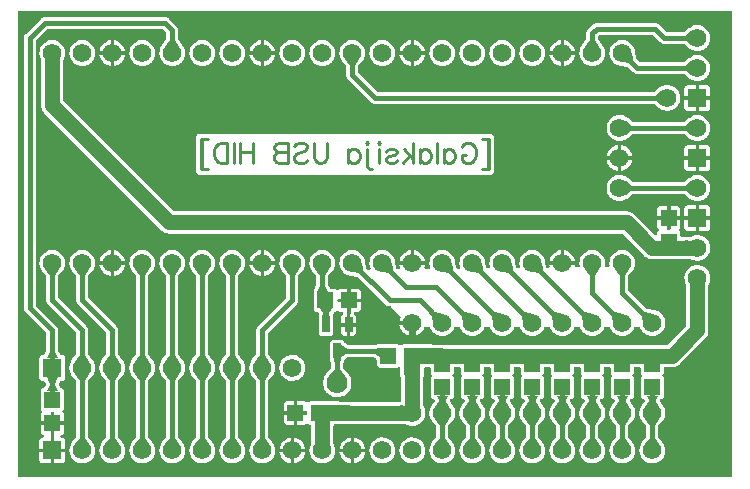
<source format=gbl>
G04 Layer: BottomLayer*
G04 EasyEDA v6.5.39, 2024-02-04 18:14:06*
G04 e2768ddda3314ff98ce937aebec43eb4,5509f98a9368439c9cde498926e245b9,10*
G04 Gerber Generator version 0.2*
G04 Scale: 100 percent, Rotated: No, Reflected: No *
G04 Dimensions in inches *
G04 leading zeros omitted , absolute positions ,3 integer and 6 decimal *
%FSLAX36Y36*%
%MOIN*%

%AMMACRO1*21,1,$1,$2,0,0,$3*%
%ADD10C,0.0100*%
%ADD11C,0.0150*%
%ADD12C,0.0500*%
%ADD13R,0.0532X0.0555*%
%ADD14MACRO1,0.0531X0.0555X0.0000*%
%ADD15MACRO1,0.0531X0.0555X-90.0000*%
%ADD16MACRO1,0.0532X0.0555X0.0000*%
%ADD17MACRO1,0.025X0.05X0.0000*%
%ADD18MACRO1,0.0531X0.0555X90.0000*%
%ADD19C,0.0620*%
%ADD20R,0.0620X0.0630*%
%ADD21R,0.0620X0.0620*%
%ADD22C,0.0700*%
%ADD23C,0.0157*%

%LPD*%
G36*
X114200Y110200D02*
G01*
X112660Y110500D01*
X111380Y111380D01*
X110500Y112660D01*
X110200Y114200D01*
X110200Y1660600D01*
X110500Y1662140D01*
X111380Y1663420D01*
X112660Y1664300D01*
X114200Y1664600D01*
X2487380Y1664600D01*
X2488900Y1664300D01*
X2490200Y1663420D01*
X2491060Y1662140D01*
X2491380Y1660600D01*
X2491380Y114200D01*
X2491060Y112660D01*
X2490200Y111380D01*
X2488900Y110500D01*
X2487380Y110200D01*
G37*

%LPC*%
G36*
X194200Y156800D02*
G01*
X219000Y156800D01*
X219000Y194000D01*
X181800Y194000D01*
X181800Y169200D01*
X182040Y166620D01*
X182740Y164340D01*
X183860Y162220D01*
X185380Y160380D01*
X187220Y158860D01*
X189340Y157740D01*
X191620Y157040D01*
G37*
G36*
X231000Y156800D02*
G01*
X255799Y156800D01*
X258380Y157040D01*
X260660Y157740D01*
X262780Y158860D01*
X264620Y160380D01*
X266140Y162220D01*
X267260Y164340D01*
X267960Y166620D01*
X268200Y169200D01*
X268200Y194000D01*
X231000Y194000D01*
G37*
G36*
X1426380Y156820D02*
G01*
X1431900Y157360D01*
X1437300Y158580D01*
X1442480Y160500D01*
X1447400Y163060D01*
X1451940Y166220D01*
X1456040Y169940D01*
X1459620Y174160D01*
X1462640Y178800D01*
X1465040Y183780D01*
X1466780Y189040D01*
X1467840Y194480D01*
X1468200Y200000D01*
X1467840Y205520D01*
X1466780Y210960D01*
X1465040Y216220D01*
X1462640Y221200D01*
X1459620Y225840D01*
X1456040Y230060D01*
X1451940Y233780D01*
X1447400Y236940D01*
X1442480Y239500D01*
X1437300Y241420D01*
X1431900Y242640D01*
X1426380Y243180D01*
X1420860Y243000D01*
X1415380Y242120D01*
X1410080Y240539D01*
X1405020Y238299D01*
X1400280Y235440D01*
X1395960Y231980D01*
X1392100Y228000D01*
X1388800Y223560D01*
X1386080Y218740D01*
X1384000Y213619D01*
X1382600Y208260D01*
X1381879Y202760D01*
X1381879Y197240D01*
X1382600Y191740D01*
X1384000Y186380D01*
X1386080Y181260D01*
X1388800Y176439D01*
X1392100Y172000D01*
X1395960Y168020D01*
X1400280Y164560D01*
X1405020Y161700D01*
X1410080Y159460D01*
X1415380Y157880D01*
X1420860Y157000D01*
G37*
G36*
X1326380Y156820D02*
G01*
X1331900Y157360D01*
X1337300Y158580D01*
X1342480Y160500D01*
X1347400Y163060D01*
X1351940Y166220D01*
X1356040Y169940D01*
X1359620Y174160D01*
X1362640Y178800D01*
X1365040Y183780D01*
X1366780Y189040D01*
X1367840Y194480D01*
X1368200Y200000D01*
X1367840Y205520D01*
X1366780Y210960D01*
X1365040Y216220D01*
X1362640Y221200D01*
X1359620Y225840D01*
X1356040Y230060D01*
X1351940Y233780D01*
X1347400Y236940D01*
X1342480Y239500D01*
X1337300Y241420D01*
X1331900Y242640D01*
X1326380Y243180D01*
X1320860Y243000D01*
X1315380Y242120D01*
X1310080Y240539D01*
X1305020Y238299D01*
X1300280Y235440D01*
X1295960Y231980D01*
X1292100Y228000D01*
X1288800Y223560D01*
X1286080Y218740D01*
X1284000Y213619D01*
X1282600Y208260D01*
X1281879Y202760D01*
X1281879Y197240D01*
X1282600Y191740D01*
X1284000Y186380D01*
X1286080Y181260D01*
X1288800Y176439D01*
X1292100Y172000D01*
X1295960Y168020D01*
X1300280Y164560D01*
X1305020Y161700D01*
X1310080Y159460D01*
X1315380Y157880D01*
X1320860Y157000D01*
G37*
G36*
X726380Y156820D02*
G01*
X731900Y157360D01*
X737300Y158580D01*
X742480Y160500D01*
X747400Y163060D01*
X751940Y166220D01*
X756040Y169940D01*
X759620Y174160D01*
X762640Y178800D01*
X765040Y183780D01*
X766780Y189040D01*
X767840Y194480D01*
X768199Y200000D01*
X767840Y205520D01*
X766780Y210960D01*
X765040Y216220D01*
X762640Y221200D01*
X759599Y225859D01*
X758120Y227680D01*
X745480Y245120D01*
X744900Y246240D01*
X744700Y247460D01*
X744700Y427540D01*
X744900Y428760D01*
X745480Y429880D01*
X758280Y447500D01*
X759599Y449120D01*
X762640Y453800D01*
X765040Y458780D01*
X766780Y464040D01*
X767840Y469480D01*
X768199Y475000D01*
X767840Y480520D01*
X766780Y485959D01*
X765040Y491220D01*
X762640Y496200D01*
X759599Y500860D01*
X758120Y502680D01*
X745480Y520120D01*
X744900Y521240D01*
X744700Y522460D01*
X744700Y777540D01*
X744900Y778760D01*
X745480Y779880D01*
X758220Y797440D01*
X760420Y800260D01*
X763300Y805020D01*
X765540Y810080D01*
X767120Y815380D01*
X768000Y820860D01*
X768180Y826380D01*
X767640Y831900D01*
X766420Y837300D01*
X764500Y842480D01*
X761940Y847400D01*
X758780Y851940D01*
X755060Y856040D01*
X750840Y859620D01*
X746200Y862640D01*
X741220Y865040D01*
X735960Y866780D01*
X730520Y867840D01*
X725000Y868199D01*
X719479Y867840D01*
X714040Y866780D01*
X708780Y865040D01*
X703800Y862640D01*
X699160Y859620D01*
X694940Y856040D01*
X691220Y851940D01*
X688060Y847400D01*
X685500Y842480D01*
X683580Y837300D01*
X682360Y831900D01*
X681820Y826380D01*
X682000Y820860D01*
X682880Y815380D01*
X684460Y810080D01*
X686700Y805020D01*
X689580Y800260D01*
X691880Y797320D01*
X704520Y779880D01*
X705100Y778760D01*
X705300Y777540D01*
X705300Y522460D01*
X705100Y521240D01*
X704520Y520120D01*
X692180Y503100D01*
X688800Y498560D01*
X686080Y493740D01*
X684000Y488620D01*
X682600Y483260D01*
X681880Y477760D01*
X681880Y472239D01*
X682600Y466740D01*
X684000Y461380D01*
X686080Y456260D01*
X688800Y451440D01*
X704520Y429880D01*
X705100Y428760D01*
X705300Y427540D01*
X705300Y247460D01*
X705100Y246240D01*
X704520Y245120D01*
X692180Y228100D01*
X688800Y223560D01*
X686080Y218740D01*
X684000Y213619D01*
X682600Y208260D01*
X681880Y202760D01*
X681880Y197240D01*
X682600Y191740D01*
X684000Y186380D01*
X686080Y181260D01*
X688800Y176439D01*
X692099Y172000D01*
X695960Y168020D01*
X700280Y164560D01*
X705020Y161700D01*
X710080Y159460D01*
X715380Y157880D01*
X720860Y157000D01*
G37*
G36*
X626380Y156820D02*
G01*
X631900Y157360D01*
X637300Y158580D01*
X642480Y160500D01*
X647400Y163060D01*
X651940Y166220D01*
X656040Y169940D01*
X659620Y174160D01*
X662640Y178800D01*
X665040Y183780D01*
X666780Y189040D01*
X667840Y194480D01*
X668199Y200000D01*
X667840Y205520D01*
X666780Y210960D01*
X665040Y216220D01*
X662640Y221200D01*
X659599Y225859D01*
X658120Y227680D01*
X645480Y245120D01*
X644900Y246240D01*
X644700Y247460D01*
X644700Y427540D01*
X644900Y428760D01*
X645480Y429880D01*
X658280Y447500D01*
X659599Y449120D01*
X662640Y453800D01*
X665040Y458780D01*
X666780Y464040D01*
X667840Y469480D01*
X668199Y475000D01*
X667840Y480520D01*
X666780Y485959D01*
X665040Y491220D01*
X662640Y496200D01*
X659599Y500860D01*
X658120Y502680D01*
X645480Y520120D01*
X644900Y521240D01*
X644700Y522460D01*
X644700Y777540D01*
X644900Y778760D01*
X645480Y779880D01*
X658220Y797440D01*
X660420Y800260D01*
X663300Y805020D01*
X665540Y810080D01*
X667120Y815380D01*
X668000Y820860D01*
X668180Y826380D01*
X667640Y831900D01*
X666420Y837300D01*
X664500Y842480D01*
X661940Y847400D01*
X658780Y851940D01*
X655060Y856040D01*
X650840Y859620D01*
X646200Y862640D01*
X641220Y865040D01*
X635960Y866780D01*
X630520Y867840D01*
X625000Y868199D01*
X619480Y867840D01*
X614040Y866780D01*
X608780Y865040D01*
X603800Y862640D01*
X599160Y859620D01*
X594940Y856040D01*
X591220Y851940D01*
X588060Y847400D01*
X585500Y842480D01*
X583580Y837300D01*
X582360Y831900D01*
X581820Y826380D01*
X582000Y820860D01*
X582880Y815380D01*
X584460Y810080D01*
X586700Y805020D01*
X589580Y800260D01*
X591880Y797320D01*
X604520Y779880D01*
X605100Y778760D01*
X605300Y777540D01*
X605300Y522460D01*
X605100Y521240D01*
X604520Y520120D01*
X592180Y503100D01*
X588800Y498560D01*
X586080Y493740D01*
X584000Y488620D01*
X582600Y483260D01*
X581880Y477760D01*
X581880Y472239D01*
X582600Y466740D01*
X584000Y461380D01*
X586080Y456260D01*
X588800Y451440D01*
X604520Y429880D01*
X605100Y428760D01*
X605300Y427540D01*
X605300Y247460D01*
X605100Y246240D01*
X604520Y245120D01*
X592180Y228100D01*
X588800Y223560D01*
X586080Y218740D01*
X584000Y213619D01*
X582600Y208260D01*
X581880Y202760D01*
X581880Y197240D01*
X582600Y191740D01*
X584000Y186380D01*
X586080Y181260D01*
X588800Y176439D01*
X592100Y172000D01*
X595960Y168020D01*
X600280Y164560D01*
X605020Y161700D01*
X610080Y159460D01*
X615380Y157880D01*
X620860Y157000D01*
G37*
G36*
X826380Y156820D02*
G01*
X831900Y157360D01*
X837300Y158580D01*
X842480Y160500D01*
X847400Y163060D01*
X851940Y166220D01*
X856040Y169940D01*
X859620Y174160D01*
X862640Y178800D01*
X865040Y183780D01*
X866780Y189040D01*
X867840Y194480D01*
X868199Y200000D01*
X867840Y205520D01*
X866780Y210960D01*
X865040Y216220D01*
X862640Y221200D01*
X859599Y225859D01*
X858120Y227680D01*
X845480Y245120D01*
X844900Y246240D01*
X844700Y247460D01*
X844700Y427540D01*
X844900Y428760D01*
X845480Y429880D01*
X858280Y447500D01*
X859599Y449120D01*
X862640Y453800D01*
X865040Y458780D01*
X866780Y464040D01*
X867840Y469480D01*
X868199Y475000D01*
X867840Y480520D01*
X866780Y485959D01*
X865040Y491220D01*
X862640Y496200D01*
X859599Y500860D01*
X858120Y502680D01*
X845480Y520120D01*
X844900Y521240D01*
X844700Y522460D01*
X844700Y777540D01*
X844900Y778760D01*
X845480Y779880D01*
X858220Y797440D01*
X860420Y800260D01*
X863300Y805020D01*
X865540Y810080D01*
X867120Y815380D01*
X868000Y820860D01*
X868180Y826380D01*
X867640Y831900D01*
X866420Y837300D01*
X864500Y842480D01*
X861940Y847400D01*
X858780Y851940D01*
X855060Y856040D01*
X850840Y859620D01*
X846200Y862640D01*
X841220Y865040D01*
X835960Y866780D01*
X830520Y867840D01*
X825000Y868199D01*
X819479Y867840D01*
X814040Y866780D01*
X808780Y865040D01*
X803800Y862640D01*
X799160Y859620D01*
X794940Y856040D01*
X791220Y851940D01*
X788060Y847400D01*
X785500Y842480D01*
X783580Y837300D01*
X782360Y831900D01*
X781820Y826380D01*
X782000Y820860D01*
X782880Y815380D01*
X784460Y810080D01*
X786700Y805020D01*
X789580Y800260D01*
X791880Y797320D01*
X804520Y779880D01*
X805100Y778760D01*
X805300Y777540D01*
X805300Y522460D01*
X805100Y521240D01*
X804520Y520120D01*
X792180Y503100D01*
X788800Y498560D01*
X786080Y493740D01*
X784000Y488620D01*
X782600Y483260D01*
X781880Y477760D01*
X781880Y472239D01*
X782600Y466740D01*
X784000Y461380D01*
X786080Y456260D01*
X788800Y451440D01*
X804520Y429880D01*
X805100Y428760D01*
X805300Y427540D01*
X805300Y247460D01*
X805100Y246240D01*
X804520Y245120D01*
X792180Y228100D01*
X788800Y223560D01*
X786080Y218740D01*
X784000Y213619D01*
X782600Y208260D01*
X781880Y202760D01*
X781880Y197240D01*
X782600Y191740D01*
X784000Y186380D01*
X786080Y181260D01*
X788800Y176439D01*
X792099Y172000D01*
X795960Y168020D01*
X800280Y164560D01*
X805020Y161700D01*
X810080Y159460D01*
X815380Y157880D01*
X820860Y157000D01*
G37*
G36*
X526380Y156820D02*
G01*
X531900Y157360D01*
X537300Y158580D01*
X542480Y160500D01*
X547400Y163060D01*
X551940Y166220D01*
X556040Y169940D01*
X559620Y174160D01*
X562640Y178800D01*
X565040Y183780D01*
X566780Y189040D01*
X567840Y194480D01*
X568200Y200000D01*
X567840Y205520D01*
X566780Y210960D01*
X565040Y216220D01*
X562640Y221200D01*
X559600Y225859D01*
X558120Y227680D01*
X545480Y245120D01*
X544900Y246240D01*
X544700Y247460D01*
X544700Y427540D01*
X544900Y428760D01*
X545480Y429880D01*
X558280Y447500D01*
X559600Y449120D01*
X562640Y453800D01*
X565040Y458780D01*
X566780Y464040D01*
X567840Y469480D01*
X568200Y475000D01*
X567840Y480520D01*
X566780Y485959D01*
X565040Y491220D01*
X562640Y496200D01*
X559600Y500860D01*
X558120Y502680D01*
X545480Y520120D01*
X544900Y521240D01*
X544700Y522460D01*
X544700Y777540D01*
X544900Y778760D01*
X545480Y779880D01*
X558220Y797440D01*
X560420Y800260D01*
X563300Y805020D01*
X565540Y810080D01*
X567120Y815380D01*
X568000Y820860D01*
X568180Y826380D01*
X567640Y831900D01*
X566420Y837300D01*
X564500Y842480D01*
X561940Y847400D01*
X558780Y851940D01*
X555060Y856040D01*
X550840Y859620D01*
X546200Y862640D01*
X541220Y865040D01*
X535960Y866780D01*
X530520Y867840D01*
X525000Y868199D01*
X519480Y867840D01*
X514040Y866780D01*
X508780Y865040D01*
X503800Y862640D01*
X499159Y859620D01*
X494940Y856040D01*
X491220Y851940D01*
X488060Y847400D01*
X485500Y842480D01*
X483579Y837300D01*
X482360Y831900D01*
X481820Y826380D01*
X482000Y820860D01*
X482879Y815380D01*
X484460Y810080D01*
X486700Y805020D01*
X489580Y800260D01*
X491880Y797320D01*
X504520Y779880D01*
X505100Y778760D01*
X505300Y777540D01*
X505300Y522460D01*
X505100Y521240D01*
X504520Y520120D01*
X492180Y503100D01*
X488800Y498560D01*
X486079Y493740D01*
X484000Y488620D01*
X482600Y483260D01*
X481880Y477760D01*
X481880Y472239D01*
X482600Y466740D01*
X484000Y461380D01*
X486079Y456260D01*
X488800Y451440D01*
X504520Y429880D01*
X505100Y428760D01*
X505300Y427540D01*
X505300Y247460D01*
X505100Y246240D01*
X504520Y245120D01*
X492180Y228100D01*
X488800Y223560D01*
X486079Y218740D01*
X484000Y213619D01*
X482600Y208260D01*
X481880Y202760D01*
X481880Y197240D01*
X482600Y191740D01*
X484000Y186380D01*
X486079Y181260D01*
X488800Y176439D01*
X492100Y172000D01*
X495959Y168020D01*
X500280Y164560D01*
X505020Y161700D01*
X510080Y159460D01*
X515379Y157880D01*
X520860Y157000D01*
G37*
G36*
X926380Y156820D02*
G01*
X931900Y157360D01*
X937300Y158580D01*
X942480Y160500D01*
X947400Y163060D01*
X951940Y166220D01*
X956040Y169940D01*
X959620Y174160D01*
X962640Y178800D01*
X965040Y183780D01*
X966780Y189040D01*
X967840Y194480D01*
X968199Y200000D01*
X967840Y205520D01*
X966780Y210960D01*
X965040Y216220D01*
X962640Y221200D01*
X959599Y225859D01*
X958120Y227680D01*
X945480Y245120D01*
X944900Y246240D01*
X944700Y247460D01*
X944700Y427540D01*
X944900Y428760D01*
X945480Y429880D01*
X958280Y447500D01*
X959599Y449120D01*
X962640Y453800D01*
X965040Y458780D01*
X966780Y464040D01*
X967840Y469480D01*
X968199Y475000D01*
X967840Y480520D01*
X966780Y485959D01*
X965040Y491220D01*
X962640Y496200D01*
X959599Y500860D01*
X958120Y502680D01*
X945480Y520120D01*
X944900Y521240D01*
X944700Y522460D01*
X944700Y590180D01*
X945020Y591720D01*
X945879Y593000D01*
X1038880Y686000D01*
X1040100Y687340D01*
X1041140Y688700D01*
X1042060Y690140D01*
X1042860Y691680D01*
X1043520Y693259D01*
X1044040Y694900D01*
X1044400Y696580D01*
X1044620Y698280D01*
X1044700Y700080D01*
X1044700Y777540D01*
X1044900Y778760D01*
X1045480Y779880D01*
X1058220Y797440D01*
X1060420Y800260D01*
X1063300Y805020D01*
X1065540Y810080D01*
X1067120Y815380D01*
X1068000Y820860D01*
X1068180Y826380D01*
X1067640Y831900D01*
X1066420Y837300D01*
X1064500Y842480D01*
X1061940Y847400D01*
X1058780Y851940D01*
X1055060Y856040D01*
X1050840Y859620D01*
X1046200Y862640D01*
X1041220Y865040D01*
X1035960Y866780D01*
X1030520Y867840D01*
X1025000Y868199D01*
X1019479Y867840D01*
X1014040Y866780D01*
X1008780Y865040D01*
X1003800Y862640D01*
X999160Y859620D01*
X994940Y856040D01*
X991220Y851940D01*
X988060Y847400D01*
X985500Y842480D01*
X983580Y837300D01*
X982360Y831900D01*
X981820Y826380D01*
X982000Y820860D01*
X982880Y815380D01*
X984460Y810080D01*
X986700Y805020D01*
X989580Y800260D01*
X991880Y797320D01*
X1004520Y779880D01*
X1005100Y778760D01*
X1005300Y777540D01*
X1005300Y709820D01*
X1004980Y708280D01*
X1004120Y707000D01*
X911120Y614000D01*
X909900Y612660D01*
X908860Y611300D01*
X907940Y609860D01*
X907140Y608320D01*
X906480Y606740D01*
X905960Y605100D01*
X905600Y603420D01*
X905380Y601720D01*
X905300Y599920D01*
X905300Y522460D01*
X905100Y521240D01*
X904520Y520120D01*
X892180Y503100D01*
X888800Y498560D01*
X886080Y493740D01*
X884000Y488620D01*
X882600Y483260D01*
X881880Y477760D01*
X881880Y472239D01*
X882600Y466740D01*
X884000Y461380D01*
X886080Y456260D01*
X888800Y451440D01*
X904520Y429880D01*
X905100Y428760D01*
X905300Y427540D01*
X905300Y247460D01*
X905100Y246240D01*
X904520Y245120D01*
X892180Y228100D01*
X888800Y223560D01*
X886080Y218740D01*
X884000Y213619D01*
X882600Y208260D01*
X881880Y202760D01*
X881880Y197240D01*
X882600Y191740D01*
X884000Y186380D01*
X886080Y181260D01*
X888800Y176439D01*
X892099Y172000D01*
X895960Y168020D01*
X900280Y164560D01*
X905020Y161700D01*
X910080Y159460D01*
X915380Y157880D01*
X920860Y157000D01*
G37*
G36*
X326380Y156820D02*
G01*
X331900Y157360D01*
X337299Y158580D01*
X342480Y160500D01*
X347400Y163060D01*
X351940Y166220D01*
X356040Y169940D01*
X359620Y174160D01*
X362640Y178800D01*
X365040Y183780D01*
X366780Y189040D01*
X367840Y194480D01*
X368200Y200000D01*
X367840Y205520D01*
X366780Y210960D01*
X365040Y216220D01*
X362640Y221200D01*
X359600Y225859D01*
X358120Y227680D01*
X345480Y245120D01*
X344900Y246240D01*
X344700Y247460D01*
X344700Y427540D01*
X344900Y428760D01*
X345480Y429880D01*
X358280Y447500D01*
X359600Y449120D01*
X362640Y453800D01*
X365040Y458780D01*
X366780Y464040D01*
X367840Y469480D01*
X368200Y475000D01*
X367840Y480520D01*
X366780Y485959D01*
X365040Y491220D01*
X362640Y496200D01*
X359600Y500860D01*
X358120Y502680D01*
X345480Y520120D01*
X344900Y521240D01*
X344700Y522460D01*
X344700Y599920D01*
X344620Y601720D01*
X344400Y603420D01*
X344040Y605100D01*
X343519Y606740D01*
X342860Y608320D01*
X342060Y609860D01*
X341140Y611300D01*
X340100Y612660D01*
X338880Y614000D01*
X245880Y707000D01*
X245020Y708280D01*
X244700Y709820D01*
X244700Y777540D01*
X244899Y778760D01*
X245479Y779880D01*
X258220Y797440D01*
X260420Y800260D01*
X263300Y805020D01*
X265540Y810080D01*
X267120Y815380D01*
X268000Y820860D01*
X268180Y826380D01*
X267640Y831900D01*
X266420Y837300D01*
X264500Y842480D01*
X261940Y847400D01*
X258780Y851940D01*
X255060Y856040D01*
X250840Y859620D01*
X246200Y862640D01*
X241220Y865040D01*
X235960Y866780D01*
X230520Y867840D01*
X225000Y868199D01*
X219480Y867840D01*
X214040Y866780D01*
X208780Y865040D01*
X203800Y862640D01*
X199160Y859620D01*
X194940Y856040D01*
X191220Y851940D01*
X188060Y847400D01*
X185500Y842480D01*
X183580Y837300D01*
X182360Y831900D01*
X181820Y826380D01*
X182000Y820860D01*
X182880Y815380D01*
X184460Y810080D01*
X186700Y805020D01*
X189579Y800260D01*
X191880Y797320D01*
X204520Y779880D01*
X205100Y778760D01*
X205300Y777540D01*
X205300Y700080D01*
X205380Y698280D01*
X205600Y696580D01*
X205960Y694900D01*
X206480Y693259D01*
X207140Y691680D01*
X207940Y690140D01*
X208860Y688700D01*
X209899Y687340D01*
X211119Y686000D01*
X304120Y593000D01*
X304980Y591720D01*
X305300Y590180D01*
X305300Y522460D01*
X305100Y521240D01*
X304520Y520120D01*
X292180Y503100D01*
X288800Y498560D01*
X286080Y493740D01*
X284000Y488620D01*
X282600Y483260D01*
X281880Y477760D01*
X281880Y472239D01*
X282600Y466740D01*
X284000Y461380D01*
X286080Y456260D01*
X288800Y451440D01*
X304520Y429880D01*
X305100Y428760D01*
X305300Y427540D01*
X305300Y247460D01*
X305100Y246240D01*
X304520Y245120D01*
X292180Y228100D01*
X288800Y223560D01*
X286080Y218740D01*
X284000Y213619D01*
X282600Y208260D01*
X281880Y202760D01*
X281880Y197240D01*
X282600Y191740D01*
X284000Y186380D01*
X286080Y181260D01*
X288800Y176439D01*
X292100Y172000D01*
X295960Y168020D01*
X300280Y164560D01*
X305020Y161700D01*
X310080Y159460D01*
X315380Y157880D01*
X320860Y157000D01*
G37*
G36*
X426380Y156820D02*
G01*
X431900Y157360D01*
X437299Y158580D01*
X442480Y160500D01*
X447400Y163060D01*
X451940Y166220D01*
X456040Y169940D01*
X459620Y174160D01*
X462640Y178800D01*
X465040Y183780D01*
X466780Y189040D01*
X467840Y194480D01*
X468200Y200000D01*
X467840Y205520D01*
X466780Y210960D01*
X465040Y216220D01*
X462640Y221200D01*
X459600Y225859D01*
X458120Y227680D01*
X445480Y245120D01*
X444900Y246240D01*
X444700Y247460D01*
X444700Y427540D01*
X444900Y428760D01*
X445480Y429880D01*
X458280Y447500D01*
X459600Y449120D01*
X462640Y453800D01*
X465040Y458780D01*
X466780Y464040D01*
X467840Y469480D01*
X468200Y475000D01*
X467840Y480520D01*
X466780Y485959D01*
X465040Y491220D01*
X462640Y496200D01*
X459600Y500860D01*
X458120Y502680D01*
X445480Y520120D01*
X444900Y521240D01*
X444700Y522460D01*
X444700Y599920D01*
X444620Y601720D01*
X444400Y603420D01*
X444040Y605100D01*
X443519Y606740D01*
X442860Y608320D01*
X442060Y609860D01*
X441140Y611300D01*
X440100Y612660D01*
X438880Y614000D01*
X345880Y707000D01*
X345020Y708280D01*
X344700Y709820D01*
X344700Y777540D01*
X344900Y778760D01*
X345480Y779880D01*
X358220Y797440D01*
X360420Y800260D01*
X363300Y805020D01*
X365540Y810080D01*
X367120Y815380D01*
X368000Y820860D01*
X368180Y826380D01*
X367640Y831900D01*
X366420Y837300D01*
X364500Y842480D01*
X361940Y847400D01*
X358780Y851940D01*
X355060Y856040D01*
X350840Y859620D01*
X346200Y862640D01*
X341220Y865040D01*
X335959Y866780D01*
X330520Y867840D01*
X325000Y868199D01*
X319480Y867840D01*
X314040Y866780D01*
X308780Y865040D01*
X303800Y862640D01*
X299160Y859620D01*
X294940Y856040D01*
X291220Y851940D01*
X288060Y847400D01*
X285500Y842480D01*
X283580Y837300D01*
X282360Y831900D01*
X281820Y826380D01*
X282000Y820860D01*
X282880Y815380D01*
X284460Y810080D01*
X286700Y805020D01*
X289580Y800260D01*
X291880Y797320D01*
X304520Y779880D01*
X305100Y778760D01*
X305300Y777540D01*
X305300Y700080D01*
X305380Y698280D01*
X305600Y696580D01*
X305960Y694900D01*
X306480Y693259D01*
X307140Y691680D01*
X307940Y690140D01*
X308860Y688700D01*
X309900Y687340D01*
X311120Y686000D01*
X404120Y593000D01*
X404980Y591720D01*
X405300Y590180D01*
X405300Y522460D01*
X405100Y521240D01*
X404520Y520120D01*
X392180Y503100D01*
X388800Y498560D01*
X386079Y493740D01*
X384000Y488620D01*
X382600Y483260D01*
X381880Y477760D01*
X381880Y472239D01*
X382600Y466740D01*
X384000Y461380D01*
X386079Y456260D01*
X388800Y451440D01*
X404520Y429880D01*
X405100Y428760D01*
X405300Y427540D01*
X405300Y247460D01*
X405100Y246240D01*
X404520Y245120D01*
X392180Y228100D01*
X388800Y223560D01*
X386079Y218740D01*
X384000Y213619D01*
X382600Y208260D01*
X381880Y202760D01*
X381880Y197240D01*
X382600Y191740D01*
X384000Y186380D01*
X386079Y181260D01*
X388800Y176439D01*
X392100Y172000D01*
X395959Y168020D01*
X400280Y164560D01*
X405020Y161700D01*
X410080Y159460D01*
X415379Y157880D01*
X420860Y157000D01*
G37*
G36*
X1126380Y156820D02*
G01*
X1131900Y157360D01*
X1137300Y158580D01*
X1142480Y160500D01*
X1147400Y163060D01*
X1151940Y166220D01*
X1156040Y169940D01*
X1159620Y174160D01*
X1162640Y178800D01*
X1165040Y183780D01*
X1166780Y189040D01*
X1167840Y194480D01*
X1168200Y200000D01*
X1167840Y205520D01*
X1166780Y210960D01*
X1165040Y216220D01*
X1162600Y221280D01*
X1162200Y223020D01*
X1162200Y282720D01*
X1162500Y284240D01*
X1163360Y285520D01*
X1164620Y286400D01*
X1166120Y286720D01*
X1217300Y287800D01*
X1402140Y287800D01*
X1403080Y287680D01*
X1403980Y287340D01*
X1407520Y285500D01*
X1412700Y283580D01*
X1418100Y282360D01*
X1423620Y281820D01*
X1429139Y282000D01*
X1434620Y282880D01*
X1439920Y284460D01*
X1444980Y286700D01*
X1449720Y289560D01*
X1454040Y293020D01*
X1457900Y297000D01*
X1461200Y301440D01*
X1463920Y306260D01*
X1466000Y311380D01*
X1467400Y316740D01*
X1468120Y322239D01*
X1468120Y327760D01*
X1467400Y333260D01*
X1466000Y338620D01*
X1463920Y343740D01*
X1462720Y345880D01*
X1462340Y346820D01*
X1462200Y347840D01*
X1462200Y413300D01*
X1463899Y472660D01*
X1464220Y474140D01*
X1465080Y475379D01*
X1466339Y476220D01*
X1467800Y476540D01*
X1482140Y476840D01*
X1483680Y476560D01*
X1485020Y475700D01*
X1485900Y474400D01*
X1486220Y472840D01*
X1486220Y461820D01*
X1486480Y459240D01*
X1487160Y456960D01*
X1488280Y454860D01*
X1490200Y452580D01*
X1490900Y451380D01*
X1491160Y450000D01*
X1490900Y448620D01*
X1490200Y447420D01*
X1488280Y445140D01*
X1487160Y443040D01*
X1486480Y440760D01*
X1486220Y438180D01*
X1486220Y383060D01*
X1486480Y380500D01*
X1487160Y378200D01*
X1488300Y376100D01*
X1489800Y374260D01*
X1491660Y372740D01*
X1493760Y371620D01*
X1496040Y370920D01*
X1497800Y370520D01*
X1498899Y369760D01*
X1499700Y368680D01*
X1500160Y367760D01*
X1500560Y366380D01*
X1500440Y364920D01*
X1499820Y363620D01*
X1491720Y352500D01*
X1490400Y350860D01*
X1487360Y346200D01*
X1484960Y341220D01*
X1483220Y335959D01*
X1482160Y330520D01*
X1481800Y325000D01*
X1482160Y319480D01*
X1483220Y314040D01*
X1484960Y308780D01*
X1487360Y303800D01*
X1490400Y299120D01*
X1491879Y297320D01*
X1504520Y279880D01*
X1505100Y278760D01*
X1505300Y277540D01*
X1505300Y247460D01*
X1505100Y246240D01*
X1504520Y245120D01*
X1492180Y228100D01*
X1488800Y223560D01*
X1486080Y218740D01*
X1484000Y213619D01*
X1482600Y208260D01*
X1481879Y202760D01*
X1481879Y197240D01*
X1482600Y191740D01*
X1484000Y186380D01*
X1486080Y181260D01*
X1488800Y176439D01*
X1492100Y172000D01*
X1495960Y168020D01*
X1500280Y164560D01*
X1505020Y161700D01*
X1510080Y159460D01*
X1515380Y157880D01*
X1520860Y157000D01*
X1526380Y156820D01*
X1531900Y157360D01*
X1537300Y158580D01*
X1542480Y160500D01*
X1547400Y163060D01*
X1551940Y166220D01*
X1556040Y169940D01*
X1559620Y174160D01*
X1562640Y178800D01*
X1565040Y183780D01*
X1566780Y189040D01*
X1567840Y194480D01*
X1568200Y200000D01*
X1567840Y205520D01*
X1566780Y210960D01*
X1565040Y216220D01*
X1562640Y221200D01*
X1559600Y225859D01*
X1558120Y227680D01*
X1545480Y245120D01*
X1544900Y246240D01*
X1544700Y247460D01*
X1544700Y277540D01*
X1544900Y278760D01*
X1545480Y279880D01*
X1557820Y296900D01*
X1561200Y301440D01*
X1563920Y306260D01*
X1566000Y311380D01*
X1567400Y316740D01*
X1568120Y322239D01*
X1568120Y327760D01*
X1567400Y333260D01*
X1566000Y338620D01*
X1563920Y343740D01*
X1561200Y348560D01*
X1550180Y363620D01*
X1549560Y364920D01*
X1549440Y366380D01*
X1549840Y367760D01*
X1550300Y368680D01*
X1551100Y369760D01*
X1552200Y370520D01*
X1553959Y370920D01*
X1556240Y371620D01*
X1558340Y372740D01*
X1560200Y374260D01*
X1561699Y376100D01*
X1562840Y378200D01*
X1563520Y380500D01*
X1563779Y383060D01*
X1563779Y438180D01*
X1563520Y440760D01*
X1562840Y443040D01*
X1561720Y445140D01*
X1559800Y447420D01*
X1559100Y448620D01*
X1558839Y450000D01*
X1559100Y451380D01*
X1559800Y452580D01*
X1561720Y454860D01*
X1562840Y456960D01*
X1563520Y459240D01*
X1563779Y461820D01*
X1563779Y473800D01*
X1564079Y475319D01*
X1564960Y476620D01*
X1566260Y477480D01*
X1567780Y477800D01*
X1582220Y477800D01*
X1583740Y477480D01*
X1585040Y476620D01*
X1585920Y475319D01*
X1586220Y473800D01*
X1586220Y461820D01*
X1586480Y459240D01*
X1587160Y456960D01*
X1588280Y454860D01*
X1590200Y452580D01*
X1590900Y451380D01*
X1591160Y450000D01*
X1590900Y448620D01*
X1590200Y447420D01*
X1588280Y445140D01*
X1587160Y443040D01*
X1586480Y440760D01*
X1586220Y438180D01*
X1586220Y383060D01*
X1586480Y380500D01*
X1587160Y378200D01*
X1588300Y376100D01*
X1589800Y374260D01*
X1591660Y372740D01*
X1593760Y371620D01*
X1596040Y370920D01*
X1597800Y370520D01*
X1598899Y369760D01*
X1599700Y368680D01*
X1600160Y367760D01*
X1600560Y366380D01*
X1600440Y364920D01*
X1599820Y363620D01*
X1591720Y352500D01*
X1590400Y350860D01*
X1587360Y346200D01*
X1584960Y341220D01*
X1583220Y335959D01*
X1582160Y330520D01*
X1581800Y325000D01*
X1582160Y319480D01*
X1583220Y314040D01*
X1584960Y308780D01*
X1587360Y303800D01*
X1590400Y299120D01*
X1591879Y297320D01*
X1604520Y279880D01*
X1605100Y278760D01*
X1605300Y277540D01*
X1605300Y247460D01*
X1605100Y246240D01*
X1604520Y245120D01*
X1592180Y228100D01*
X1588800Y223560D01*
X1586080Y218740D01*
X1584000Y213619D01*
X1582600Y208260D01*
X1581879Y202760D01*
X1581879Y197240D01*
X1582600Y191740D01*
X1584000Y186380D01*
X1586080Y181260D01*
X1588800Y176439D01*
X1592100Y172000D01*
X1595960Y168020D01*
X1600280Y164560D01*
X1605020Y161700D01*
X1610080Y159460D01*
X1615380Y157880D01*
X1620860Y157000D01*
X1626380Y156820D01*
X1631900Y157360D01*
X1637300Y158580D01*
X1642480Y160500D01*
X1647400Y163060D01*
X1651940Y166220D01*
X1656040Y169940D01*
X1659620Y174160D01*
X1662640Y178800D01*
X1665040Y183780D01*
X1666780Y189040D01*
X1667840Y194480D01*
X1668200Y200000D01*
X1667840Y205520D01*
X1666780Y210960D01*
X1665040Y216220D01*
X1662640Y221200D01*
X1659600Y225859D01*
X1658120Y227680D01*
X1645480Y245120D01*
X1644900Y246240D01*
X1644700Y247460D01*
X1644700Y277540D01*
X1644900Y278760D01*
X1645480Y279880D01*
X1657820Y296900D01*
X1661200Y301440D01*
X1663920Y306260D01*
X1666000Y311380D01*
X1667400Y316740D01*
X1668120Y322239D01*
X1668120Y327760D01*
X1667400Y333260D01*
X1666000Y338620D01*
X1663920Y343740D01*
X1661200Y348560D01*
X1650180Y363620D01*
X1649560Y364920D01*
X1649440Y366380D01*
X1649840Y367760D01*
X1650300Y368680D01*
X1651100Y369760D01*
X1652200Y370520D01*
X1653959Y370920D01*
X1656240Y371620D01*
X1658340Y372740D01*
X1660200Y374260D01*
X1661699Y376100D01*
X1662840Y378200D01*
X1663520Y380500D01*
X1663779Y383060D01*
X1663779Y438180D01*
X1663520Y440760D01*
X1662840Y443040D01*
X1661720Y445140D01*
X1659800Y447420D01*
X1659100Y448620D01*
X1658839Y450000D01*
X1659100Y451380D01*
X1659800Y452580D01*
X1661720Y454860D01*
X1662840Y456960D01*
X1663520Y459240D01*
X1663779Y461820D01*
X1663779Y473800D01*
X1664079Y475319D01*
X1664960Y476620D01*
X1666260Y477480D01*
X1667780Y477800D01*
X1682220Y477800D01*
X1683740Y477480D01*
X1685040Y476620D01*
X1685920Y475319D01*
X1686220Y473800D01*
X1686220Y461820D01*
X1686480Y459240D01*
X1687160Y456960D01*
X1688280Y454860D01*
X1690200Y452580D01*
X1690900Y451380D01*
X1691160Y450000D01*
X1690900Y448620D01*
X1690200Y447420D01*
X1688280Y445140D01*
X1687160Y443040D01*
X1686480Y440760D01*
X1686220Y438180D01*
X1686220Y383060D01*
X1686480Y380500D01*
X1687160Y378200D01*
X1688300Y376100D01*
X1689800Y374260D01*
X1691660Y372740D01*
X1693760Y371620D01*
X1696040Y370920D01*
X1697800Y370520D01*
X1698899Y369760D01*
X1699700Y368680D01*
X1700160Y367760D01*
X1700560Y366380D01*
X1700440Y364920D01*
X1699820Y363620D01*
X1691720Y352500D01*
X1690400Y350860D01*
X1687360Y346200D01*
X1684960Y341220D01*
X1683220Y335959D01*
X1682160Y330520D01*
X1681800Y325000D01*
X1682160Y319480D01*
X1683220Y314040D01*
X1684960Y308780D01*
X1687360Y303800D01*
X1690400Y299120D01*
X1691879Y297320D01*
X1704520Y279880D01*
X1705100Y278760D01*
X1705300Y277540D01*
X1705300Y247460D01*
X1705100Y246240D01*
X1704520Y245120D01*
X1692180Y228100D01*
X1688800Y223560D01*
X1686080Y218740D01*
X1684000Y213619D01*
X1682600Y208260D01*
X1681879Y202760D01*
X1681879Y197240D01*
X1682600Y191740D01*
X1684000Y186380D01*
X1686080Y181260D01*
X1688800Y176439D01*
X1692100Y172000D01*
X1695960Y168020D01*
X1700280Y164560D01*
X1705020Y161700D01*
X1710080Y159460D01*
X1715380Y157880D01*
X1720860Y157000D01*
X1726380Y156820D01*
X1731900Y157360D01*
X1737300Y158580D01*
X1742480Y160500D01*
X1747400Y163060D01*
X1751940Y166220D01*
X1756040Y169940D01*
X1759620Y174160D01*
X1762640Y178800D01*
X1765040Y183780D01*
X1766780Y189040D01*
X1767840Y194480D01*
X1768200Y200000D01*
X1767840Y205520D01*
X1766780Y210960D01*
X1765040Y216220D01*
X1762640Y221200D01*
X1759600Y225859D01*
X1758120Y227680D01*
X1745480Y245120D01*
X1744900Y246240D01*
X1744700Y247460D01*
X1744700Y277540D01*
X1744900Y278760D01*
X1745480Y279880D01*
X1757820Y296900D01*
X1761200Y301440D01*
X1763920Y306260D01*
X1766000Y311380D01*
X1767400Y316740D01*
X1768120Y322239D01*
X1768120Y327760D01*
X1767400Y333260D01*
X1766000Y338620D01*
X1763920Y343740D01*
X1761200Y348560D01*
X1750180Y363620D01*
X1749560Y364920D01*
X1749440Y366380D01*
X1749840Y367760D01*
X1750300Y368680D01*
X1751100Y369760D01*
X1752200Y370520D01*
X1753959Y370920D01*
X1756240Y371620D01*
X1758340Y372740D01*
X1760200Y374260D01*
X1761699Y376100D01*
X1762840Y378200D01*
X1763520Y380500D01*
X1763779Y383060D01*
X1763779Y438180D01*
X1763520Y440760D01*
X1762840Y443040D01*
X1761720Y445140D01*
X1759800Y447420D01*
X1759100Y448620D01*
X1758839Y450000D01*
X1759100Y451380D01*
X1759800Y452580D01*
X1761720Y454860D01*
X1762840Y456960D01*
X1763520Y459240D01*
X1763779Y461820D01*
X1763779Y473800D01*
X1764079Y475319D01*
X1764960Y476620D01*
X1766260Y477480D01*
X1767780Y477800D01*
X1782220Y477800D01*
X1783740Y477480D01*
X1785040Y476620D01*
X1785920Y475319D01*
X1786220Y473800D01*
X1786220Y461820D01*
X1786480Y459240D01*
X1787160Y456960D01*
X1788280Y454860D01*
X1790200Y452580D01*
X1790900Y451380D01*
X1791160Y450000D01*
X1790900Y448620D01*
X1790200Y447420D01*
X1788280Y445140D01*
X1787160Y443040D01*
X1786480Y440760D01*
X1786220Y438180D01*
X1786220Y383060D01*
X1786480Y380500D01*
X1787160Y378200D01*
X1788300Y376100D01*
X1789800Y374260D01*
X1791660Y372740D01*
X1793760Y371620D01*
X1796040Y370920D01*
X1797800Y370520D01*
X1798899Y369760D01*
X1799700Y368680D01*
X1800160Y367760D01*
X1800560Y366380D01*
X1800440Y364920D01*
X1799820Y363620D01*
X1791720Y352500D01*
X1790400Y350860D01*
X1787360Y346200D01*
X1784960Y341220D01*
X1783220Y335959D01*
X1782160Y330520D01*
X1781800Y325000D01*
X1782160Y319480D01*
X1783220Y314040D01*
X1784960Y308780D01*
X1787360Y303800D01*
X1790400Y299120D01*
X1791879Y297320D01*
X1804520Y279880D01*
X1805100Y278760D01*
X1805300Y277540D01*
X1805300Y247460D01*
X1805100Y246240D01*
X1804520Y245120D01*
X1792180Y228100D01*
X1788800Y223560D01*
X1786080Y218740D01*
X1784000Y213619D01*
X1782600Y208260D01*
X1781879Y202760D01*
X1781879Y197240D01*
X1782600Y191740D01*
X1784000Y186380D01*
X1786080Y181260D01*
X1788800Y176439D01*
X1792100Y172000D01*
X1795960Y168020D01*
X1800280Y164560D01*
X1805020Y161700D01*
X1810080Y159460D01*
X1815380Y157880D01*
X1820860Y157000D01*
X1826380Y156820D01*
X1831900Y157360D01*
X1837300Y158580D01*
X1842480Y160500D01*
X1847400Y163060D01*
X1851940Y166220D01*
X1856040Y169940D01*
X1859620Y174160D01*
X1862640Y178800D01*
X1865040Y183780D01*
X1866780Y189040D01*
X1867840Y194480D01*
X1868200Y200000D01*
X1867840Y205520D01*
X1866780Y210960D01*
X1865040Y216220D01*
X1862640Y221200D01*
X1859600Y225859D01*
X1858120Y227680D01*
X1845480Y245120D01*
X1844900Y246240D01*
X1844700Y247460D01*
X1844700Y277540D01*
X1844900Y278760D01*
X1845480Y279880D01*
X1857820Y296900D01*
X1861200Y301440D01*
X1863920Y306260D01*
X1866000Y311380D01*
X1867400Y316740D01*
X1868120Y322239D01*
X1868120Y327760D01*
X1867400Y333260D01*
X1866000Y338620D01*
X1863920Y343740D01*
X1861200Y348560D01*
X1850180Y363620D01*
X1849560Y364920D01*
X1849440Y366380D01*
X1849840Y367760D01*
X1850300Y368680D01*
X1851100Y369760D01*
X1852200Y370520D01*
X1853959Y370920D01*
X1856240Y371620D01*
X1858340Y372740D01*
X1860200Y374260D01*
X1861699Y376100D01*
X1862840Y378200D01*
X1863520Y380500D01*
X1863779Y383060D01*
X1863779Y438180D01*
X1863520Y440760D01*
X1862840Y443040D01*
X1861720Y445140D01*
X1859800Y447420D01*
X1859100Y448620D01*
X1858839Y450000D01*
X1859100Y451380D01*
X1859800Y452580D01*
X1861720Y454860D01*
X1862840Y456960D01*
X1863520Y459240D01*
X1863779Y461820D01*
X1863779Y473800D01*
X1864079Y475319D01*
X1864960Y476620D01*
X1866260Y477480D01*
X1867780Y477800D01*
X1882220Y477800D01*
X1883740Y477480D01*
X1885040Y476620D01*
X1885920Y475319D01*
X1886220Y473800D01*
X1886220Y461820D01*
X1886480Y459240D01*
X1887160Y456960D01*
X1888280Y454860D01*
X1890200Y452580D01*
X1890900Y451380D01*
X1891160Y450000D01*
X1890900Y448620D01*
X1890200Y447420D01*
X1888280Y445140D01*
X1887160Y443040D01*
X1886480Y440760D01*
X1886220Y438180D01*
X1886220Y383060D01*
X1886480Y380500D01*
X1887160Y378200D01*
X1888300Y376100D01*
X1889800Y374260D01*
X1891660Y372740D01*
X1893760Y371620D01*
X1896040Y370920D01*
X1897800Y370520D01*
X1898899Y369760D01*
X1899700Y368680D01*
X1900160Y367760D01*
X1900560Y366380D01*
X1900440Y364920D01*
X1899820Y363620D01*
X1891720Y352500D01*
X1890400Y350860D01*
X1887360Y346200D01*
X1884960Y341220D01*
X1883220Y335959D01*
X1882160Y330520D01*
X1881800Y325000D01*
X1882160Y319480D01*
X1883220Y314040D01*
X1884960Y308780D01*
X1887360Y303800D01*
X1890400Y299120D01*
X1891879Y297320D01*
X1904520Y279880D01*
X1905100Y278760D01*
X1905300Y277540D01*
X1905300Y247460D01*
X1905100Y246240D01*
X1904520Y245120D01*
X1892180Y228100D01*
X1888800Y223560D01*
X1886080Y218740D01*
X1884000Y213619D01*
X1882600Y208260D01*
X1881879Y202760D01*
X1881879Y197240D01*
X1882600Y191740D01*
X1884000Y186380D01*
X1886080Y181260D01*
X1888800Y176439D01*
X1892100Y172000D01*
X1895960Y168020D01*
X1900280Y164560D01*
X1905020Y161700D01*
X1910080Y159460D01*
X1915380Y157880D01*
X1920860Y157000D01*
X1926380Y156820D01*
X1931900Y157360D01*
X1937300Y158580D01*
X1942480Y160500D01*
X1947400Y163060D01*
X1951940Y166220D01*
X1956040Y169940D01*
X1959620Y174160D01*
X1962640Y178800D01*
X1965040Y183780D01*
X1966780Y189040D01*
X1967840Y194480D01*
X1968200Y200000D01*
X1967840Y205520D01*
X1966780Y210960D01*
X1965040Y216220D01*
X1962640Y221200D01*
X1959600Y225859D01*
X1958120Y227680D01*
X1945480Y245120D01*
X1944900Y246240D01*
X1944700Y247460D01*
X1944700Y277540D01*
X1944900Y278760D01*
X1945480Y279880D01*
X1957820Y296900D01*
X1961200Y301440D01*
X1963920Y306260D01*
X1966000Y311380D01*
X1967400Y316740D01*
X1968120Y322239D01*
X1968120Y327760D01*
X1967400Y333260D01*
X1966000Y338620D01*
X1963920Y343740D01*
X1961200Y348560D01*
X1950180Y363620D01*
X1949560Y364920D01*
X1949440Y366380D01*
X1949840Y367760D01*
X1950300Y368680D01*
X1951100Y369760D01*
X1952200Y370520D01*
X1953959Y370920D01*
X1956240Y371620D01*
X1958340Y372740D01*
X1960200Y374260D01*
X1961699Y376100D01*
X1962840Y378200D01*
X1963520Y380500D01*
X1963779Y383060D01*
X1963779Y438180D01*
X1963520Y440760D01*
X1962840Y443040D01*
X1961720Y445140D01*
X1959800Y447420D01*
X1959100Y448620D01*
X1958839Y450000D01*
X1959100Y451380D01*
X1959800Y452580D01*
X1961720Y454860D01*
X1962840Y456960D01*
X1963520Y459240D01*
X1963779Y461820D01*
X1963779Y473800D01*
X1964079Y475319D01*
X1964960Y476620D01*
X1966260Y477480D01*
X1967780Y477800D01*
X1982220Y477800D01*
X1983740Y477480D01*
X1985040Y476620D01*
X1985920Y475319D01*
X1986220Y473800D01*
X1986220Y461820D01*
X1986480Y459240D01*
X1987160Y456960D01*
X1988280Y454860D01*
X1990200Y452580D01*
X1990900Y451380D01*
X1991160Y450000D01*
X1990900Y448620D01*
X1990200Y447420D01*
X1988280Y445140D01*
X1987160Y443040D01*
X1986480Y440760D01*
X1986220Y438180D01*
X1986220Y383060D01*
X1986480Y380500D01*
X1987160Y378200D01*
X1988300Y376100D01*
X1989800Y374260D01*
X1991660Y372740D01*
X1993760Y371620D01*
X1996040Y370920D01*
X1997800Y370520D01*
X1998899Y369760D01*
X1999700Y368680D01*
X2000160Y367760D01*
X2000560Y366380D01*
X2000440Y364920D01*
X1999820Y363620D01*
X1991720Y352500D01*
X1990400Y350860D01*
X1987360Y346200D01*
X1984960Y341220D01*
X1983220Y335959D01*
X1982160Y330520D01*
X1981800Y325000D01*
X1982160Y319480D01*
X1983220Y314040D01*
X1984960Y308780D01*
X1987360Y303800D01*
X1990400Y299120D01*
X1991879Y297320D01*
X2004520Y279880D01*
X2005100Y278760D01*
X2005300Y277540D01*
X2005300Y247460D01*
X2005100Y246240D01*
X2004520Y245120D01*
X1992180Y228100D01*
X1988800Y223560D01*
X1986080Y218740D01*
X1984000Y213619D01*
X1982600Y208260D01*
X1981879Y202760D01*
X1981879Y197240D01*
X1982600Y191740D01*
X1984000Y186380D01*
X1986080Y181260D01*
X1988800Y176439D01*
X1992100Y172000D01*
X1995960Y168020D01*
X2000280Y164560D01*
X2005020Y161700D01*
X2010080Y159460D01*
X2015380Y157880D01*
X2020860Y157000D01*
X2026380Y156820D01*
X2031900Y157360D01*
X2037300Y158580D01*
X2042480Y160500D01*
X2047400Y163060D01*
X2051940Y166220D01*
X2056040Y169940D01*
X2059620Y174160D01*
X2062640Y178800D01*
X2065040Y183780D01*
X2066780Y189040D01*
X2067840Y194480D01*
X2068200Y200000D01*
X2067840Y205520D01*
X2066780Y210960D01*
X2065040Y216220D01*
X2062640Y221200D01*
X2059600Y225859D01*
X2058120Y227680D01*
X2045480Y245120D01*
X2044900Y246240D01*
X2044700Y247460D01*
X2044700Y277540D01*
X2044900Y278760D01*
X2045480Y279880D01*
X2057820Y296900D01*
X2061200Y301440D01*
X2063920Y306260D01*
X2066000Y311380D01*
X2067400Y316740D01*
X2068120Y322239D01*
X2068120Y327760D01*
X2067400Y333260D01*
X2066000Y338620D01*
X2063920Y343740D01*
X2061200Y348560D01*
X2050180Y363620D01*
X2049560Y364920D01*
X2049440Y366380D01*
X2049840Y367760D01*
X2050300Y368680D01*
X2051100Y369760D01*
X2052200Y370520D01*
X2053959Y370920D01*
X2056240Y371620D01*
X2058340Y372740D01*
X2060200Y374260D01*
X2061699Y376100D01*
X2062840Y378200D01*
X2063520Y380500D01*
X2063779Y383060D01*
X2063779Y438180D01*
X2063520Y440760D01*
X2062840Y443040D01*
X2061720Y445140D01*
X2059800Y447420D01*
X2059100Y448620D01*
X2058839Y450000D01*
X2059100Y451380D01*
X2059800Y452580D01*
X2061720Y454860D01*
X2062840Y456960D01*
X2063520Y459240D01*
X2063779Y461820D01*
X2063779Y473800D01*
X2064079Y475319D01*
X2064960Y476620D01*
X2066260Y477480D01*
X2067780Y477800D01*
X2082220Y477800D01*
X2083740Y477480D01*
X2085040Y476620D01*
X2085920Y475319D01*
X2086220Y473800D01*
X2086220Y461820D01*
X2086480Y459240D01*
X2087160Y456960D01*
X2088280Y454860D01*
X2090200Y452580D01*
X2090900Y451380D01*
X2091160Y450000D01*
X2090900Y448620D01*
X2090200Y447420D01*
X2088280Y445140D01*
X2087160Y443040D01*
X2086480Y440760D01*
X2086220Y438180D01*
X2086220Y383060D01*
X2086480Y380500D01*
X2087160Y378200D01*
X2088300Y376100D01*
X2089800Y374260D01*
X2091660Y372740D01*
X2093760Y371620D01*
X2096040Y370920D01*
X2097800Y370520D01*
X2098900Y369760D01*
X2099700Y368680D01*
X2100160Y367760D01*
X2100560Y366380D01*
X2100440Y364920D01*
X2099820Y363620D01*
X2091720Y352500D01*
X2090400Y350860D01*
X2087360Y346200D01*
X2084960Y341220D01*
X2083220Y335959D01*
X2082160Y330520D01*
X2081800Y325000D01*
X2082160Y319480D01*
X2083220Y314040D01*
X2084960Y308780D01*
X2087360Y303800D01*
X2090400Y299120D01*
X2091879Y297320D01*
X2104520Y279880D01*
X2105100Y278760D01*
X2105300Y277540D01*
X2105300Y247460D01*
X2105100Y246240D01*
X2104520Y245120D01*
X2092180Y228100D01*
X2088800Y223560D01*
X2086080Y218740D01*
X2084000Y213619D01*
X2082600Y208260D01*
X2081879Y202760D01*
X2081879Y197240D01*
X2082600Y191740D01*
X2084000Y186380D01*
X2086080Y181260D01*
X2088800Y176439D01*
X2092100Y172000D01*
X2095960Y168020D01*
X2100280Y164560D01*
X2105020Y161700D01*
X2110080Y159460D01*
X2115380Y157880D01*
X2120860Y157000D01*
X2126380Y156820D01*
X2131900Y157360D01*
X2137300Y158580D01*
X2142480Y160500D01*
X2147400Y163060D01*
X2151940Y166220D01*
X2156040Y169940D01*
X2159620Y174160D01*
X2162640Y178800D01*
X2165040Y183780D01*
X2166780Y189040D01*
X2167840Y194480D01*
X2168200Y200000D01*
X2167840Y205520D01*
X2166780Y210960D01*
X2165040Y216220D01*
X2162640Y221200D01*
X2159600Y225859D01*
X2158120Y227680D01*
X2145480Y245120D01*
X2144900Y246240D01*
X2144700Y247460D01*
X2144700Y277540D01*
X2144900Y278760D01*
X2145480Y279880D01*
X2157820Y296900D01*
X2161200Y301440D01*
X2163920Y306260D01*
X2166000Y311380D01*
X2167400Y316740D01*
X2168120Y322239D01*
X2168120Y327760D01*
X2167400Y333260D01*
X2166000Y338620D01*
X2163920Y343740D01*
X2161200Y348560D01*
X2150180Y363620D01*
X2149560Y364920D01*
X2149440Y366380D01*
X2149840Y367760D01*
X2150300Y368680D01*
X2151100Y369760D01*
X2152200Y370520D01*
X2153960Y370920D01*
X2156240Y371620D01*
X2158340Y372740D01*
X2160200Y374260D01*
X2161700Y376100D01*
X2162840Y378200D01*
X2163520Y380500D01*
X2163780Y383060D01*
X2163780Y438180D01*
X2163520Y440760D01*
X2162840Y443040D01*
X2161720Y445140D01*
X2159800Y447420D01*
X2159100Y448620D01*
X2158840Y450000D01*
X2159100Y451380D01*
X2159800Y452580D01*
X2161720Y454860D01*
X2162840Y456960D01*
X2163520Y459240D01*
X2163780Y461820D01*
X2163780Y473800D01*
X2164080Y475319D01*
X2164960Y476620D01*
X2166260Y477480D01*
X2167780Y477800D01*
X2182220Y477800D01*
X2183740Y477480D01*
X2185040Y476620D01*
X2185920Y475319D01*
X2186220Y473800D01*
X2186220Y461820D01*
X2186480Y459240D01*
X2187160Y456960D01*
X2188280Y454860D01*
X2190200Y452580D01*
X2190900Y451380D01*
X2191160Y450000D01*
X2190900Y448620D01*
X2190200Y447420D01*
X2188280Y445140D01*
X2187160Y443040D01*
X2186480Y440760D01*
X2186220Y438180D01*
X2186220Y383060D01*
X2186480Y380500D01*
X2187160Y378200D01*
X2188300Y376100D01*
X2189800Y374260D01*
X2191660Y372740D01*
X2193760Y371620D01*
X2196040Y370920D01*
X2197800Y370520D01*
X2198900Y369760D01*
X2199700Y368680D01*
X2200160Y367760D01*
X2200560Y366380D01*
X2200440Y364920D01*
X2199820Y363620D01*
X2191720Y352500D01*
X2190400Y350860D01*
X2187360Y346200D01*
X2184960Y341220D01*
X2183220Y335959D01*
X2182160Y330520D01*
X2181800Y325000D01*
X2182160Y319480D01*
X2183220Y314040D01*
X2184960Y308780D01*
X2187360Y303800D01*
X2190400Y299120D01*
X2191880Y297320D01*
X2204520Y279880D01*
X2205100Y278760D01*
X2205300Y277540D01*
X2205300Y247460D01*
X2205100Y246240D01*
X2204520Y245120D01*
X2192180Y228100D01*
X2188800Y223560D01*
X2186080Y218740D01*
X2184000Y213619D01*
X2182600Y208260D01*
X2181880Y202760D01*
X2181880Y197240D01*
X2182600Y191740D01*
X2184000Y186380D01*
X2186080Y181260D01*
X2188800Y176439D01*
X2192100Y172000D01*
X2195960Y168020D01*
X2200280Y164560D01*
X2205020Y161700D01*
X2210080Y159460D01*
X2215380Y157880D01*
X2220860Y157000D01*
X2226380Y156820D01*
X2231900Y157360D01*
X2237300Y158580D01*
X2242480Y160500D01*
X2247400Y163060D01*
X2251940Y166220D01*
X2256040Y169940D01*
X2259620Y174160D01*
X2262640Y178800D01*
X2265040Y183780D01*
X2266780Y189040D01*
X2267840Y194480D01*
X2268200Y200000D01*
X2267840Y205520D01*
X2266780Y210960D01*
X2265040Y216220D01*
X2262640Y221200D01*
X2259600Y225859D01*
X2258120Y227680D01*
X2245480Y245120D01*
X2244900Y246240D01*
X2244700Y247460D01*
X2244700Y277540D01*
X2244900Y278760D01*
X2245480Y279880D01*
X2257820Y296900D01*
X2261200Y301440D01*
X2263920Y306260D01*
X2266000Y311380D01*
X2267400Y316740D01*
X2268120Y322239D01*
X2268120Y327760D01*
X2267400Y333260D01*
X2266000Y338620D01*
X2263920Y343740D01*
X2261200Y348560D01*
X2250180Y363620D01*
X2249560Y364920D01*
X2249440Y366380D01*
X2249840Y367760D01*
X2250300Y368680D01*
X2251100Y369760D01*
X2252200Y370520D01*
X2253960Y370920D01*
X2256240Y371620D01*
X2258340Y372740D01*
X2260200Y374260D01*
X2261700Y376100D01*
X2262840Y378200D01*
X2263520Y380500D01*
X2263780Y383060D01*
X2263780Y438180D01*
X2263520Y440760D01*
X2262840Y443040D01*
X2261720Y445140D01*
X2259800Y447420D01*
X2259100Y448620D01*
X2258840Y450000D01*
X2259100Y451380D01*
X2259800Y452580D01*
X2261720Y454860D01*
X2262840Y456960D01*
X2263520Y459240D01*
X2263780Y461820D01*
X2263780Y473800D01*
X2264080Y475319D01*
X2264960Y476620D01*
X2266260Y477480D01*
X2267780Y477800D01*
X2289900Y477800D01*
X2293880Y478000D01*
X2295000Y478140D01*
X2298880Y478860D01*
X2299980Y479159D01*
X2303720Y480420D01*
X2304760Y480840D01*
X2308300Y482600D01*
X2309280Y483180D01*
X2312540Y485400D01*
X2313420Y486100D01*
X2316380Y488760D01*
X2401240Y573620D01*
X2403900Y576580D01*
X2404600Y577460D01*
X2406820Y580720D01*
X2407400Y581700D01*
X2409160Y585240D01*
X2409580Y586280D01*
X2410840Y590020D01*
X2411140Y591120D01*
X2411860Y595000D01*
X2412000Y596120D01*
X2412200Y600100D01*
X2412200Y752140D01*
X2412320Y753080D01*
X2412660Y753980D01*
X2414500Y757520D01*
X2416420Y762700D01*
X2417640Y768100D01*
X2418180Y773620D01*
X2418000Y779140D01*
X2417120Y784620D01*
X2415540Y789920D01*
X2413300Y794980D01*
X2410440Y799720D01*
X2406980Y804040D01*
X2403000Y807900D01*
X2398560Y811200D01*
X2393740Y813920D01*
X2388620Y816000D01*
X2383260Y817400D01*
X2377760Y818120D01*
X2372240Y818120D01*
X2366740Y817400D01*
X2361380Y816000D01*
X2356260Y813920D01*
X2351440Y811200D01*
X2347000Y807900D01*
X2343020Y804040D01*
X2339560Y799720D01*
X2336700Y794980D01*
X2334460Y789920D01*
X2332880Y784620D01*
X2332000Y779140D01*
X2331820Y773620D01*
X2332360Y768100D01*
X2333580Y762700D01*
X2335500Y757520D01*
X2337340Y753980D01*
X2337680Y753080D01*
X2337800Y752140D01*
X2337800Y617060D01*
X2337480Y615540D01*
X2336620Y614240D01*
X2275760Y553380D01*
X2274460Y552520D01*
X2272940Y552200D01*
X1527300Y552200D01*
X1452400Y553780D01*
X1396819Y553780D01*
X1394240Y553520D01*
X1391960Y552840D01*
X1389860Y551720D01*
X1387580Y549800D01*
X1386380Y549100D01*
X1385000Y548840D01*
X1383620Y549100D01*
X1382420Y549800D01*
X1380140Y551720D01*
X1378040Y552840D01*
X1375760Y553520D01*
X1373180Y553780D01*
X1317980Y553780D01*
X1316500Y553700D01*
X1294520Y551400D01*
X1213820Y551400D01*
X1212040Y551840D01*
X1201340Y557180D01*
X1200060Y558180D01*
X1199300Y559600D01*
X1198760Y561360D01*
X1197640Y563460D01*
X1196120Y565320D01*
X1194280Y566820D01*
X1192160Y567960D01*
X1189880Y568640D01*
X1187300Y568900D01*
X1162700Y568900D01*
X1160120Y568640D01*
X1157840Y567960D01*
X1155720Y566820D01*
X1153880Y565320D01*
X1152360Y563460D01*
X1151240Y561360D01*
X1150540Y559080D01*
X1150300Y556500D01*
X1150300Y506800D01*
X1150360Y505420D01*
X1150600Y503940D01*
X1155200Y483280D01*
X1155300Y482420D01*
X1155300Y478140D01*
X1155080Y476860D01*
X1154460Y475700D01*
X1138900Y455379D01*
X1138260Y454640D01*
X1134860Y449840D01*
X1132120Y444720D01*
X1130020Y439300D01*
X1128600Y433680D01*
X1127880Y427900D01*
X1127880Y422100D01*
X1128600Y416320D01*
X1130020Y410700D01*
X1132120Y405280D01*
X1134860Y400160D01*
X1138220Y395400D01*
X1142140Y391120D01*
X1146560Y387340D01*
X1151400Y384120D01*
X1156600Y381540D01*
X1162080Y379600D01*
X1167760Y378360D01*
X1173540Y377819D01*
X1179360Y378000D01*
X1185100Y378900D01*
X1190680Y380480D01*
X1196040Y382740D01*
X1201080Y385660D01*
X1205700Y389159D01*
X1209880Y393200D01*
X1213520Y397720D01*
X1216580Y402660D01*
X1219020Y407939D01*
X1220780Y413480D01*
X1221840Y419200D01*
X1222200Y425000D01*
X1221840Y430800D01*
X1220780Y436520D01*
X1219020Y442060D01*
X1216580Y447340D01*
X1213520Y452280D01*
X1195540Y475700D01*
X1194920Y476860D01*
X1194700Y478140D01*
X1194700Y482420D01*
X1194800Y483280D01*
X1199300Y503560D01*
X1200060Y505140D01*
X1201420Y506260D01*
X1212040Y511560D01*
X1213820Y512000D01*
X1291540Y512000D01*
X1293340Y511560D01*
X1303460Y506500D01*
X1304620Y505620D01*
X1305400Y504380D01*
X1305660Y502939D01*
X1305660Y488620D01*
X1305920Y486040D01*
X1306620Y483760D01*
X1307740Y481659D01*
X1309259Y479799D01*
X1311100Y478300D01*
X1313200Y477160D01*
X1315500Y476480D01*
X1318060Y476220D01*
X1373180Y476220D01*
X1375760Y476480D01*
X1378040Y477160D01*
X1379139Y477760D01*
X1380680Y478200D01*
X1382280Y478020D01*
X1383660Y477239D01*
X1384640Y475959D01*
X1385020Y474400D01*
X1387780Y413240D01*
X1387800Y366200D01*
X1387480Y364680D01*
X1386620Y363380D01*
X1385320Y362520D01*
X1383800Y362200D01*
X1217220Y362200D01*
X1142400Y363780D01*
X1086820Y363780D01*
X1084240Y363519D01*
X1081960Y362840D01*
X1079860Y361719D01*
X1077580Y359799D01*
X1076380Y359099D01*
X1075000Y358840D01*
X1073620Y359099D01*
X1072420Y359799D01*
X1070140Y361719D01*
X1068040Y362840D01*
X1065760Y363519D01*
X1063180Y363780D01*
X1041620Y363780D01*
X1041620Y331000D01*
X1070400Y331000D01*
X1071940Y330700D01*
X1073240Y329820D01*
X1074100Y328540D01*
X1074400Y327000D01*
X1074400Y323000D01*
X1074100Y321460D01*
X1073240Y320180D01*
X1071940Y319300D01*
X1070400Y319000D01*
X1041620Y319000D01*
X1041620Y286220D01*
X1063180Y286220D01*
X1065760Y286480D01*
X1068040Y287160D01*
X1070140Y288280D01*
X1072420Y290200D01*
X1073620Y290900D01*
X1075000Y291160D01*
X1076380Y290900D01*
X1077580Y290200D01*
X1079860Y288280D01*
X1081960Y287160D01*
X1085620Y286040D01*
X1086780Y285160D01*
X1087520Y283920D01*
X1087800Y282500D01*
X1087800Y222840D01*
X1087660Y221820D01*
X1087280Y220880D01*
X1086080Y218740D01*
X1084000Y213619D01*
X1082600Y208260D01*
X1081880Y202760D01*
X1081880Y197240D01*
X1082600Y191740D01*
X1084000Y186380D01*
X1086080Y181260D01*
X1088800Y176439D01*
X1092100Y172000D01*
X1095960Y168020D01*
X1100280Y164560D01*
X1105020Y161700D01*
X1110080Y159460D01*
X1115380Y157880D01*
X1120860Y157000D01*
G37*
G36*
X1031000Y157260D02*
G01*
X1031900Y157360D01*
X1037300Y158580D01*
X1042480Y160500D01*
X1047400Y163060D01*
X1051940Y166220D01*
X1056040Y169940D01*
X1059620Y174160D01*
X1062640Y178800D01*
X1065040Y183780D01*
X1066780Y189040D01*
X1067760Y194000D01*
X1031000Y194000D01*
G37*
G36*
X1231000Y157260D02*
G01*
X1231900Y157360D01*
X1237300Y158580D01*
X1242480Y160500D01*
X1247400Y163060D01*
X1251940Y166220D01*
X1256040Y169940D01*
X1259620Y174160D01*
X1262640Y178800D01*
X1265040Y183780D01*
X1266780Y189040D01*
X1267760Y194000D01*
X1231000Y194000D01*
G37*
G36*
X1019000Y157300D02*
G01*
X1019000Y194000D01*
X982300Y194000D01*
X982600Y191740D01*
X984000Y186380D01*
X986080Y181260D01*
X988800Y176439D01*
X992099Y172000D01*
X995960Y168020D01*
X1000280Y164560D01*
X1005020Y161700D01*
X1010080Y159460D01*
X1015380Y157880D01*
G37*
G36*
X1219000Y157300D02*
G01*
X1219000Y194000D01*
X1182300Y194000D01*
X1182600Y191740D01*
X1184000Y186380D01*
X1186080Y181260D01*
X1188800Y176439D01*
X1192100Y172000D01*
X1195960Y168020D01*
X1200280Y164560D01*
X1205020Y161700D01*
X1210080Y159460D01*
X1215380Y157880D01*
G37*
G36*
X982300Y206000D02*
G01*
X1019000Y206000D01*
X1019000Y242700D01*
X1015380Y242120D01*
X1010080Y240539D01*
X1005020Y238299D01*
X1000280Y235440D01*
X995960Y231980D01*
X992099Y228000D01*
X988800Y223560D01*
X986080Y218740D01*
X984000Y213619D01*
X982600Y208260D01*
G37*
G36*
X1182300Y206000D02*
G01*
X1219000Y206000D01*
X1219000Y242700D01*
X1215380Y242120D01*
X1210080Y240539D01*
X1205020Y238299D01*
X1200280Y235440D01*
X1195960Y231980D01*
X1192100Y228000D01*
X1188800Y223560D01*
X1186080Y218740D01*
X1184000Y213619D01*
X1182600Y208260D01*
G37*
G36*
X1031000Y206000D02*
G01*
X1067760Y206000D01*
X1066780Y210960D01*
X1065040Y216220D01*
X1062640Y221200D01*
X1059620Y225840D01*
X1056040Y230060D01*
X1051940Y233780D01*
X1047400Y236940D01*
X1042480Y239500D01*
X1037300Y241420D01*
X1031900Y242640D01*
X1031000Y242740D01*
G37*
G36*
X1231000Y206000D02*
G01*
X1267760Y206000D01*
X1266780Y210960D01*
X1265040Y216220D01*
X1262640Y221200D01*
X1259620Y225840D01*
X1256040Y230060D01*
X1251940Y233780D01*
X1247400Y236940D01*
X1242480Y239500D01*
X1237300Y241420D01*
X1231900Y242640D01*
X1231000Y242740D01*
G37*
G36*
X181800Y206000D02*
G01*
X219000Y206000D01*
X219000Y284620D01*
X186220Y284620D01*
X186220Y263060D01*
X186480Y260500D01*
X187160Y258200D01*
X188299Y256100D01*
X189800Y254259D01*
X191660Y252740D01*
X193760Y251620D01*
X195660Y251040D01*
X197040Y250300D01*
X198039Y249080D01*
X198480Y247580D01*
X198320Y246020D01*
X197560Y244640D01*
X196340Y243660D01*
X194840Y243220D01*
X191600Y242940D01*
X189340Y242260D01*
X187220Y241140D01*
X185380Y239620D01*
X183860Y237780D01*
X182740Y235660D01*
X182040Y233380D01*
X181800Y230799D01*
G37*
G36*
X231000Y206000D02*
G01*
X268200Y206000D01*
X268200Y230799D01*
X267960Y233380D01*
X267260Y235660D01*
X266140Y237780D01*
X264620Y239620D01*
X262780Y241140D01*
X260660Y242260D01*
X258400Y242940D01*
X255159Y243220D01*
X253660Y243660D01*
X252440Y244640D01*
X251680Y246020D01*
X251520Y247580D01*
X251960Y249080D01*
X252960Y250300D01*
X254340Y251040D01*
X256240Y251620D01*
X258340Y252740D01*
X260200Y254259D01*
X261700Y256100D01*
X262840Y258200D01*
X263520Y260500D01*
X263780Y263060D01*
X263780Y284620D01*
X231000Y284620D01*
G37*
G36*
X1008060Y286220D02*
G01*
X1029620Y286220D01*
X1029620Y319000D01*
X995660Y319000D01*
X995660Y298620D01*
X995920Y296040D01*
X996620Y293760D01*
X997740Y291660D01*
X999260Y289800D01*
X1001100Y288300D01*
X1003199Y287160D01*
X1005500Y286480D01*
G37*
G36*
X186220Y296620D02*
G01*
X219000Y296620D01*
X219000Y325400D01*
X219300Y326940D01*
X220180Y328240D01*
X221460Y329099D01*
X223000Y329400D01*
X227000Y329400D01*
X228540Y329099D01*
X229820Y328240D01*
X230700Y326940D01*
X231000Y325400D01*
X231000Y296620D01*
X263780Y296620D01*
X263780Y318180D01*
X263520Y320760D01*
X262840Y323040D01*
X261720Y325140D01*
X259800Y327420D01*
X259100Y328620D01*
X258840Y330000D01*
X259100Y331380D01*
X259800Y332580D01*
X261720Y334860D01*
X262840Y336960D01*
X263520Y339240D01*
X263780Y341820D01*
X263780Y396940D01*
X263520Y399500D01*
X262840Y401800D01*
X261700Y403900D01*
X260200Y405740D01*
X258340Y407260D01*
X256240Y408380D01*
X253960Y409080D01*
X252200Y409480D01*
X251100Y410240D01*
X250300Y411320D01*
X246700Y418519D01*
X246320Y419700D01*
X246320Y420940D01*
X246700Y422100D01*
X250180Y429080D01*
X251080Y430260D01*
X252320Y431019D01*
X253760Y431300D01*
X255799Y431300D01*
X258380Y431540D01*
X260660Y432239D01*
X262780Y433360D01*
X264620Y434880D01*
X266140Y436740D01*
X267260Y438840D01*
X267960Y441120D01*
X268200Y443700D01*
X268200Y506300D01*
X267960Y508880D01*
X267260Y511160D01*
X266140Y513260D01*
X264620Y515120D01*
X262780Y516640D01*
X260660Y517760D01*
X258380Y518459D01*
X255799Y518700D01*
X253760Y518700D01*
X252320Y518980D01*
X251080Y519739D01*
X250180Y520920D01*
X245140Y531040D01*
X244700Y532820D01*
X244700Y599920D01*
X244620Y601720D01*
X244400Y603420D01*
X244040Y605100D01*
X243520Y606740D01*
X242860Y608320D01*
X242060Y609860D01*
X241140Y611300D01*
X240100Y612660D01*
X238880Y614000D01*
X170880Y682000D01*
X170020Y683280D01*
X169700Y684820D01*
X169700Y1565180D01*
X170020Y1566720D01*
X170880Y1568000D01*
X207000Y1604120D01*
X208280Y1604980D01*
X209820Y1605300D01*
X590180Y1605300D01*
X591720Y1604980D01*
X593000Y1604120D01*
X604120Y1593000D01*
X604980Y1591720D01*
X605300Y1590180D01*
X605300Y1572460D01*
X605100Y1571240D01*
X604520Y1570120D01*
X591880Y1552700D01*
X591220Y1551940D01*
X588060Y1547400D01*
X585500Y1542480D01*
X583580Y1537300D01*
X582360Y1531900D01*
X581820Y1526380D01*
X582000Y1520860D01*
X582880Y1515380D01*
X584460Y1510080D01*
X586700Y1505020D01*
X589560Y1500280D01*
X593020Y1495960D01*
X597000Y1492100D01*
X601440Y1488800D01*
X606260Y1486080D01*
X611380Y1484000D01*
X616740Y1482600D01*
X622240Y1481879D01*
X627760Y1481879D01*
X633260Y1482600D01*
X638620Y1484000D01*
X643740Y1486080D01*
X648560Y1488800D01*
X653000Y1492100D01*
X656979Y1495960D01*
X660440Y1500280D01*
X663300Y1505020D01*
X665540Y1510080D01*
X667120Y1515380D01*
X668000Y1520860D01*
X668180Y1526380D01*
X667640Y1531900D01*
X666420Y1537300D01*
X664500Y1542480D01*
X661940Y1547400D01*
X658780Y1551940D01*
X658120Y1552700D01*
X645480Y1570120D01*
X644900Y1571240D01*
X644700Y1572460D01*
X644700Y1599920D01*
X644620Y1601720D01*
X644400Y1603420D01*
X644040Y1605100D01*
X643520Y1606740D01*
X642860Y1608320D01*
X642060Y1609860D01*
X641140Y1611300D01*
X640100Y1612660D01*
X638880Y1614000D01*
X614000Y1638880D01*
X612660Y1640100D01*
X611300Y1641140D01*
X609860Y1642060D01*
X608320Y1642860D01*
X606740Y1643520D01*
X605100Y1644040D01*
X603420Y1644400D01*
X601720Y1644620D01*
X599920Y1644700D01*
X200080Y1644700D01*
X198280Y1644620D01*
X196580Y1644400D01*
X194899Y1644040D01*
X193260Y1643520D01*
X191680Y1642860D01*
X190140Y1642060D01*
X188700Y1641140D01*
X187340Y1640100D01*
X186000Y1638880D01*
X136120Y1589000D01*
X134900Y1587660D01*
X133860Y1586300D01*
X132940Y1584860D01*
X132140Y1583320D01*
X131480Y1581740D01*
X130960Y1580100D01*
X130600Y1578420D01*
X130380Y1576720D01*
X130300Y1574920D01*
X130300Y675080D01*
X130380Y673280D01*
X130600Y671580D01*
X130960Y669900D01*
X131480Y668259D01*
X132140Y666680D01*
X132940Y665140D01*
X133860Y663700D01*
X134900Y662340D01*
X136120Y661000D01*
X204120Y593000D01*
X204980Y591720D01*
X205300Y590180D01*
X205300Y532820D01*
X204860Y531040D01*
X199820Y520920D01*
X198920Y519739D01*
X197680Y518980D01*
X196240Y518700D01*
X194200Y518700D01*
X191620Y518459D01*
X189340Y517760D01*
X187220Y516640D01*
X185380Y515120D01*
X183860Y513260D01*
X182740Y511160D01*
X182040Y508880D01*
X181800Y506300D01*
X181800Y443700D01*
X182040Y441120D01*
X182740Y438840D01*
X183860Y436740D01*
X185380Y434880D01*
X187220Y433360D01*
X189340Y432239D01*
X191620Y431540D01*
X194200Y431300D01*
X196240Y431300D01*
X197680Y431019D01*
X198920Y430260D01*
X199820Y429080D01*
X203299Y422100D01*
X203680Y420940D01*
X203680Y419700D01*
X203299Y418519D01*
X199700Y411320D01*
X198900Y410240D01*
X197800Y409480D01*
X196040Y409080D01*
X193760Y408380D01*
X191660Y407260D01*
X189800Y405740D01*
X188299Y403900D01*
X187160Y401800D01*
X186480Y399500D01*
X186220Y396940D01*
X186220Y341820D01*
X186480Y339240D01*
X187160Y336960D01*
X188280Y334860D01*
X190200Y332580D01*
X190900Y331380D01*
X191160Y330000D01*
X190900Y328620D01*
X190200Y327420D01*
X188280Y325140D01*
X187160Y323040D01*
X186480Y320760D01*
X186220Y318180D01*
G37*
G36*
X995660Y331000D02*
G01*
X1029620Y331000D01*
X1029620Y363780D01*
X1008060Y363780D01*
X1005500Y363519D01*
X1003199Y362840D01*
X1001100Y361700D01*
X999260Y360200D01*
X997740Y358340D01*
X996620Y356240D01*
X995920Y353960D01*
X995660Y351380D01*
G37*
G36*
X1026380Y431820D02*
G01*
X1031900Y432360D01*
X1037300Y433579D01*
X1042480Y435500D01*
X1047400Y438060D01*
X1051940Y441220D01*
X1056040Y444940D01*
X1059620Y449159D01*
X1062640Y453800D01*
X1065040Y458780D01*
X1066780Y464040D01*
X1067840Y469480D01*
X1068200Y475000D01*
X1067840Y480520D01*
X1066780Y485959D01*
X1065040Y491220D01*
X1062640Y496200D01*
X1059620Y500840D01*
X1056040Y505060D01*
X1051940Y508780D01*
X1047400Y511940D01*
X1042480Y514500D01*
X1037300Y516420D01*
X1031900Y517640D01*
X1026380Y518180D01*
X1020860Y518000D01*
X1015380Y517120D01*
X1010080Y515540D01*
X1005020Y513300D01*
X1000280Y510439D01*
X995960Y506980D01*
X992099Y503000D01*
X988800Y498560D01*
X986080Y493740D01*
X984000Y488620D01*
X982600Y483260D01*
X981880Y477760D01*
X981880Y472239D01*
X982600Y466740D01*
X984000Y461380D01*
X986080Y456260D01*
X988800Y451440D01*
X992099Y447000D01*
X995960Y443020D01*
X1000280Y439560D01*
X1005020Y436700D01*
X1010080Y434460D01*
X1015380Y432879D01*
X1020860Y432000D01*
G37*
G36*
X1200100Y581100D02*
G01*
X1206400Y581100D01*
X1206400Y612300D01*
X1187700Y612300D01*
X1187700Y593500D01*
X1187940Y590920D01*
X1188640Y588640D01*
X1189760Y586540D01*
X1191280Y584680D01*
X1193120Y583180D01*
X1195240Y582040D01*
X1197520Y581360D01*
G37*
G36*
X1218400Y581100D02*
G01*
X1224700Y581100D01*
X1227280Y581360D01*
X1229560Y582040D01*
X1231680Y583180D01*
X1233520Y584680D01*
X1235040Y586540D01*
X1236160Y588640D01*
X1236860Y590920D01*
X1237100Y593500D01*
X1237100Y612300D01*
X1218400Y612300D01*
G37*
G36*
X1125300Y581100D02*
G01*
X1149900Y581100D01*
X1152480Y581360D01*
X1154760Y582040D01*
X1156880Y583180D01*
X1158720Y584680D01*
X1160240Y586540D01*
X1161360Y588640D01*
X1162060Y590920D01*
X1162300Y593500D01*
X1162300Y643199D01*
X1162240Y644580D01*
X1162000Y646060D01*
X1160560Y652540D01*
X1160480Y653900D01*
X1160880Y655220D01*
X1162980Y659340D01*
X1163980Y660600D01*
X1165380Y661360D01*
X1168040Y662159D01*
X1170140Y663280D01*
X1172420Y665200D01*
X1173620Y665900D01*
X1175000Y666160D01*
X1176380Y665900D01*
X1177580Y665200D01*
X1179860Y663280D01*
X1181960Y662159D01*
X1184240Y661480D01*
X1186820Y661220D01*
X1191700Y661220D01*
X1193420Y660840D01*
X1194800Y659760D01*
X1195580Y658180D01*
X1195640Y656440D01*
X1194920Y654840D01*
X1193600Y653680D01*
X1193120Y653439D01*
X1191280Y651919D01*
X1189760Y650080D01*
X1188640Y647980D01*
X1187940Y645680D01*
X1187700Y643120D01*
X1187700Y624300D01*
X1206400Y624300D01*
X1206400Y659520D01*
X1206640Y660879D01*
X1207320Y662060D01*
X1208380Y662960D01*
X1208380Y694000D01*
X1179600Y694000D01*
X1178060Y694300D01*
X1176760Y695180D01*
X1175900Y696460D01*
X1175600Y698000D01*
X1175600Y702000D01*
X1175900Y703540D01*
X1176760Y704820D01*
X1178060Y705699D01*
X1179600Y706000D01*
X1208380Y706000D01*
X1208380Y738780D01*
X1186820Y738780D01*
X1184240Y738520D01*
X1181960Y737840D01*
X1179860Y736720D01*
X1177580Y734800D01*
X1176380Y734100D01*
X1175000Y733840D01*
X1173620Y734100D01*
X1172420Y734800D01*
X1170140Y736720D01*
X1168040Y737840D01*
X1165760Y738520D01*
X1163180Y738780D01*
X1153760Y738780D01*
X1152320Y739060D01*
X1151080Y739820D01*
X1150180Y741000D01*
X1145140Y751120D01*
X1144700Y752900D01*
X1144700Y777540D01*
X1144900Y778760D01*
X1145480Y779880D01*
X1158220Y797440D01*
X1160420Y800260D01*
X1163300Y805020D01*
X1165540Y810080D01*
X1167120Y815380D01*
X1168000Y820860D01*
X1168180Y826380D01*
X1167640Y831900D01*
X1166420Y837300D01*
X1164500Y842480D01*
X1161940Y847400D01*
X1158780Y851940D01*
X1155060Y856040D01*
X1150840Y859620D01*
X1146200Y862640D01*
X1141220Y865040D01*
X1135960Y866780D01*
X1130520Y867840D01*
X1125000Y868199D01*
X1119480Y867840D01*
X1114040Y866780D01*
X1108780Y865040D01*
X1103800Y862640D01*
X1099160Y859620D01*
X1094940Y856040D01*
X1091220Y851940D01*
X1088060Y847400D01*
X1085500Y842480D01*
X1083580Y837300D01*
X1082360Y831900D01*
X1081820Y826380D01*
X1082000Y820860D01*
X1082880Y815380D01*
X1084460Y810080D01*
X1086700Y805020D01*
X1089580Y800260D01*
X1091880Y797320D01*
X1104520Y779880D01*
X1105100Y778760D01*
X1105300Y777540D01*
X1105300Y752400D01*
X1104960Y750819D01*
X1096620Y731300D01*
X1095900Y728900D01*
X1095660Y726240D01*
X1095660Y673620D01*
X1095920Y671040D01*
X1096620Y668760D01*
X1097740Y666660D01*
X1099260Y664800D01*
X1101100Y663300D01*
X1103200Y662159D01*
X1105500Y661480D01*
X1108840Y661220D01*
X1110280Y660939D01*
X1111520Y660180D01*
X1112400Y659000D01*
X1114320Y655200D01*
X1114700Y653900D01*
X1114640Y652560D01*
X1113120Y645500D01*
X1112900Y643199D01*
X1112900Y593500D01*
X1113140Y590920D01*
X1113840Y588640D01*
X1114960Y586540D01*
X1116480Y584680D01*
X1118320Y583180D01*
X1120440Y582040D01*
X1122720Y581360D01*
G37*
G36*
X1523620Y581820D02*
G01*
X1529139Y582000D01*
X1534620Y582880D01*
X1539920Y584460D01*
X1544980Y586700D01*
X1549720Y589560D01*
X1554040Y593020D01*
X1557900Y597000D01*
X1561200Y601440D01*
X1563920Y606260D01*
X1565560Y610300D01*
X1566420Y611600D01*
X1567720Y612480D01*
X1569259Y612800D01*
X1580740Y612800D01*
X1582360Y612440D01*
X1583700Y611480D01*
X1584540Y610060D01*
X1584960Y608780D01*
X1587360Y603800D01*
X1590380Y599160D01*
X1593959Y594940D01*
X1598060Y591220D01*
X1602600Y588060D01*
X1607520Y585500D01*
X1612700Y583580D01*
X1618100Y582360D01*
X1623620Y581820D01*
X1629139Y582000D01*
X1634620Y582880D01*
X1639920Y584460D01*
X1644980Y586700D01*
X1649720Y589560D01*
X1654040Y593020D01*
X1657900Y597000D01*
X1661200Y601440D01*
X1663920Y606260D01*
X1665560Y610300D01*
X1666420Y611600D01*
X1667720Y612480D01*
X1669259Y612800D01*
X1680740Y612800D01*
X1682360Y612440D01*
X1683700Y611480D01*
X1684540Y610060D01*
X1684960Y608780D01*
X1687360Y603800D01*
X1690380Y599160D01*
X1693959Y594940D01*
X1698060Y591220D01*
X1702600Y588060D01*
X1707520Y585500D01*
X1712700Y583580D01*
X1718100Y582360D01*
X1723620Y581820D01*
X1729139Y582000D01*
X1734620Y582880D01*
X1739920Y584460D01*
X1744980Y586700D01*
X1749720Y589560D01*
X1754040Y593020D01*
X1757900Y597000D01*
X1761200Y601440D01*
X1763920Y606260D01*
X1765560Y610300D01*
X1766420Y611600D01*
X1767720Y612480D01*
X1769259Y612800D01*
X1780740Y612800D01*
X1782360Y612440D01*
X1783700Y611480D01*
X1784540Y610060D01*
X1784960Y608780D01*
X1787360Y603800D01*
X1790380Y599160D01*
X1793959Y594940D01*
X1798060Y591220D01*
X1802600Y588060D01*
X1807520Y585500D01*
X1812700Y583580D01*
X1818100Y582360D01*
X1823620Y581820D01*
X1829139Y582000D01*
X1834620Y582880D01*
X1839920Y584460D01*
X1844980Y586700D01*
X1849720Y589560D01*
X1854040Y593020D01*
X1857900Y597000D01*
X1861200Y601440D01*
X1863920Y606260D01*
X1865560Y610300D01*
X1866420Y611600D01*
X1867720Y612480D01*
X1869259Y612800D01*
X1880740Y612800D01*
X1882360Y612440D01*
X1883700Y611480D01*
X1884540Y610060D01*
X1884960Y608780D01*
X1887360Y603800D01*
X1890380Y599160D01*
X1893959Y594940D01*
X1898060Y591220D01*
X1902600Y588060D01*
X1907520Y585500D01*
X1912700Y583580D01*
X1918100Y582360D01*
X1923620Y581820D01*
X1929139Y582000D01*
X1934620Y582880D01*
X1939920Y584460D01*
X1944980Y586700D01*
X1949720Y589560D01*
X1954040Y593020D01*
X1957900Y597000D01*
X1961200Y601440D01*
X1963920Y606260D01*
X1965560Y610300D01*
X1966420Y611600D01*
X1967720Y612480D01*
X1969259Y612800D01*
X1980740Y612800D01*
X1982360Y612440D01*
X1983700Y611480D01*
X1984540Y610060D01*
X1984960Y608780D01*
X1987360Y603800D01*
X1990380Y599160D01*
X1993959Y594940D01*
X1998060Y591220D01*
X2002600Y588060D01*
X2007520Y585500D01*
X2012700Y583580D01*
X2018100Y582360D01*
X2023620Y581820D01*
X2029139Y582000D01*
X2034620Y582880D01*
X2039920Y584460D01*
X2044980Y586700D01*
X2049720Y589560D01*
X2054040Y593020D01*
X2057900Y597000D01*
X2061200Y601440D01*
X2063920Y606260D01*
X2065560Y610300D01*
X2066420Y611600D01*
X2067720Y612480D01*
X2069259Y612800D01*
X2080740Y612800D01*
X2082360Y612440D01*
X2083700Y611480D01*
X2084540Y610060D01*
X2084960Y608780D01*
X2087360Y603800D01*
X2090380Y599160D01*
X2093959Y594940D01*
X2098060Y591220D01*
X2102600Y588060D01*
X2107520Y585500D01*
X2112700Y583580D01*
X2118100Y582360D01*
X2123620Y581820D01*
X2129140Y582000D01*
X2134620Y582880D01*
X2139920Y584460D01*
X2144980Y586700D01*
X2149720Y589560D01*
X2154040Y593020D01*
X2157900Y597000D01*
X2161200Y601440D01*
X2163920Y606260D01*
X2165560Y610300D01*
X2166420Y611600D01*
X2167720Y612480D01*
X2169260Y612800D01*
X2180740Y612800D01*
X2182360Y612440D01*
X2183700Y611480D01*
X2184540Y610060D01*
X2184960Y608780D01*
X2187360Y603800D01*
X2190380Y599160D01*
X2193960Y594940D01*
X2198060Y591220D01*
X2202600Y588060D01*
X2207520Y585500D01*
X2212700Y583580D01*
X2218100Y582360D01*
X2223620Y581820D01*
X2229140Y582000D01*
X2234620Y582880D01*
X2239920Y584460D01*
X2244980Y586700D01*
X2249720Y589560D01*
X2254040Y593020D01*
X2257900Y597000D01*
X2261200Y601440D01*
X2263920Y606260D01*
X2266000Y611380D01*
X2267400Y616740D01*
X2268120Y622240D01*
X2268120Y627760D01*
X2267400Y633260D01*
X2266000Y638620D01*
X2263920Y643740D01*
X2261200Y648560D01*
X2257900Y653000D01*
X2254040Y656979D01*
X2249720Y660440D01*
X2244980Y663300D01*
X2239920Y665540D01*
X2234620Y667120D01*
X2207580Y671380D01*
X2206380Y671760D01*
X2205380Y672500D01*
X2145880Y732000D01*
X2145020Y733280D01*
X2144700Y734820D01*
X2144700Y777540D01*
X2144900Y778760D01*
X2145480Y779880D01*
X2158220Y797440D01*
X2160420Y800260D01*
X2163300Y805020D01*
X2165540Y810080D01*
X2167120Y815380D01*
X2168000Y820860D01*
X2168180Y826380D01*
X2167640Y831900D01*
X2166420Y837300D01*
X2164500Y842480D01*
X2161940Y847400D01*
X2158780Y851940D01*
X2155060Y856040D01*
X2150840Y859620D01*
X2146200Y862640D01*
X2141220Y865040D01*
X2135960Y866780D01*
X2130520Y867840D01*
X2125000Y868199D01*
X2119480Y867840D01*
X2114040Y866780D01*
X2108780Y865040D01*
X2103800Y862640D01*
X2099160Y859620D01*
X2094940Y856040D01*
X2091220Y851940D01*
X2088060Y847400D01*
X2085500Y842480D01*
X2083580Y837300D01*
X2082360Y831900D01*
X2081819Y826380D01*
X2082000Y820860D01*
X2082740Y816320D01*
X2082640Y814599D01*
X2081840Y813100D01*
X2080500Y812060D01*
X2078839Y811680D01*
X2071240Y811580D01*
X2069560Y811940D01*
X2068180Y812980D01*
X2067360Y814500D01*
X2067260Y816220D01*
X2068000Y820860D01*
X2068180Y826380D01*
X2067640Y831900D01*
X2066420Y837300D01*
X2064500Y842480D01*
X2061940Y847400D01*
X2058779Y851940D01*
X2055060Y856040D01*
X2050840Y859620D01*
X2046200Y862640D01*
X2041220Y865040D01*
X2035960Y866780D01*
X2030520Y867840D01*
X2025000Y868199D01*
X2019480Y867840D01*
X2014040Y866780D01*
X2008779Y865040D01*
X2003800Y862640D01*
X1999160Y859620D01*
X1994940Y856040D01*
X1991220Y851940D01*
X1988060Y847400D01*
X1985500Y842480D01*
X1983580Y837300D01*
X1982360Y831900D01*
X1981819Y826380D01*
X1982000Y820860D01*
X1982920Y815160D01*
X1982820Y813460D01*
X1982040Y811940D01*
X1980680Y810900D01*
X1979019Y810520D01*
X1971060Y810420D01*
X1969360Y810780D01*
X1967980Y811820D01*
X1967160Y813340D01*
X1967060Y815080D01*
X1967700Y819000D01*
X1931000Y819000D01*
X1931000Y813920D01*
X1930700Y812400D01*
X1929840Y811100D01*
X1928560Y810240D01*
X1927040Y809920D01*
X1923040Y809880D01*
X1921500Y810160D01*
X1920180Y811020D01*
X1919300Y812340D01*
X1919000Y813880D01*
X1919000Y819000D01*
X1882300Y819000D01*
X1882880Y815380D01*
X1883140Y814500D01*
X1883300Y813040D01*
X1882920Y811620D01*
X1882040Y810440D01*
X1880800Y809659D01*
X1879360Y809360D01*
X1874560Y809320D01*
X1873160Y809539D01*
X1871940Y810260D01*
X1871040Y811340D01*
X1870560Y812680D01*
X1867980Y829040D01*
X1867660Y831860D01*
X1866420Y837300D01*
X1864500Y842480D01*
X1861940Y847400D01*
X1858779Y851940D01*
X1855060Y856040D01*
X1850840Y859620D01*
X1846200Y862640D01*
X1841220Y865040D01*
X1835960Y866780D01*
X1830520Y867840D01*
X1825000Y868199D01*
X1819480Y867840D01*
X1814040Y866780D01*
X1808779Y865040D01*
X1803800Y862640D01*
X1799160Y859620D01*
X1794940Y856040D01*
X1791220Y851940D01*
X1788060Y847400D01*
X1785500Y842480D01*
X1783580Y837300D01*
X1782360Y831900D01*
X1781819Y826380D01*
X1782000Y820860D01*
X1782880Y815380D01*
X1783480Y813360D01*
X1783640Y811900D01*
X1783260Y810480D01*
X1782380Y809300D01*
X1781140Y808500D01*
X1779700Y808220D01*
X1774740Y808160D01*
X1773340Y808400D01*
X1772120Y809100D01*
X1771220Y810200D01*
X1770740Y811540D01*
X1767980Y829040D01*
X1767660Y831860D01*
X1766420Y837300D01*
X1764500Y842480D01*
X1761940Y847400D01*
X1758779Y851940D01*
X1755060Y856040D01*
X1750840Y859620D01*
X1746200Y862640D01*
X1741220Y865040D01*
X1735960Y866780D01*
X1730520Y867840D01*
X1725000Y868199D01*
X1719480Y867840D01*
X1714040Y866780D01*
X1708779Y865040D01*
X1703800Y862640D01*
X1699160Y859620D01*
X1694940Y856040D01*
X1691220Y851940D01*
X1688060Y847400D01*
X1685500Y842480D01*
X1683580Y837300D01*
X1682360Y831900D01*
X1681819Y826380D01*
X1682000Y820860D01*
X1682880Y815380D01*
X1683820Y812200D01*
X1683980Y810740D01*
X1683600Y809320D01*
X1682720Y808139D01*
X1681480Y807360D01*
X1680040Y807060D01*
X1674920Y807000D01*
X1673540Y807240D01*
X1672300Y807940D01*
X1671399Y809040D01*
X1670940Y810380D01*
X1667980Y829040D01*
X1667660Y831860D01*
X1666420Y837300D01*
X1664500Y842480D01*
X1661940Y847400D01*
X1658779Y851940D01*
X1655060Y856040D01*
X1650840Y859620D01*
X1646200Y862640D01*
X1641220Y865040D01*
X1635960Y866780D01*
X1630520Y867840D01*
X1625000Y868199D01*
X1619480Y867840D01*
X1614040Y866780D01*
X1608779Y865040D01*
X1603800Y862640D01*
X1599160Y859620D01*
X1594940Y856040D01*
X1591220Y851940D01*
X1588060Y847400D01*
X1585500Y842480D01*
X1583580Y837300D01*
X1582360Y831900D01*
X1581819Y826380D01*
X1582000Y820860D01*
X1582880Y815380D01*
X1584180Y811060D01*
X1584319Y809580D01*
X1583940Y808180D01*
X1583060Y806979D01*
X1581819Y806200D01*
X1580380Y805920D01*
X1575120Y805860D01*
X1573720Y806080D01*
X1572480Y806800D01*
X1571579Y807880D01*
X1571120Y809220D01*
X1567980Y829040D01*
X1567660Y831860D01*
X1566420Y837300D01*
X1564500Y842480D01*
X1561940Y847400D01*
X1558779Y851940D01*
X1555060Y856040D01*
X1550840Y859620D01*
X1546200Y862640D01*
X1541220Y865040D01*
X1535960Y866780D01*
X1530520Y867840D01*
X1525000Y868199D01*
X1519480Y867840D01*
X1514040Y866780D01*
X1508779Y865040D01*
X1503800Y862640D01*
X1499160Y859620D01*
X1494940Y856040D01*
X1491220Y851940D01*
X1488060Y847400D01*
X1485500Y842480D01*
X1483580Y837300D01*
X1482360Y831900D01*
X1481819Y826380D01*
X1482000Y820860D01*
X1482880Y815380D01*
X1484520Y809900D01*
X1484660Y808439D01*
X1484280Y807020D01*
X1483400Y805840D01*
X1482160Y805040D01*
X1480720Y804760D01*
X1469319Y804620D01*
X1467860Y804880D01*
X1466579Y805660D01*
X1465680Y806860D01*
X1465280Y808300D01*
X1465440Y809780D01*
X1467120Y815400D01*
X1467700Y819000D01*
X1431000Y819000D01*
X1431000Y808139D01*
X1430700Y806620D01*
X1429840Y805320D01*
X1428560Y804460D01*
X1427040Y804140D01*
X1423040Y804100D01*
X1421500Y804380D01*
X1420180Y805240D01*
X1419300Y806560D01*
X1419000Y808100D01*
X1419000Y819000D01*
X1382300Y819000D01*
X1382880Y815380D01*
X1384460Y810080D01*
X1384840Y809220D01*
X1385180Y807700D01*
X1384900Y806140D01*
X1384060Y804820D01*
X1382760Y803940D01*
X1381220Y803620D01*
X1376020Y803560D01*
X1374460Y803840D01*
X1373140Y804720D01*
X1371759Y806380D01*
X1371380Y807580D01*
X1367980Y829040D01*
X1367660Y831860D01*
X1366420Y837300D01*
X1364500Y842480D01*
X1361940Y847400D01*
X1358779Y851940D01*
X1355060Y856040D01*
X1350840Y859620D01*
X1346200Y862640D01*
X1341220Y865040D01*
X1335960Y866780D01*
X1330520Y867840D01*
X1325000Y868199D01*
X1319480Y867840D01*
X1314040Y866780D01*
X1308779Y865040D01*
X1303800Y862640D01*
X1299160Y859620D01*
X1294940Y856040D01*
X1291220Y851940D01*
X1288060Y847400D01*
X1285500Y842480D01*
X1283580Y837300D01*
X1282360Y831900D01*
X1281819Y826380D01*
X1282000Y820860D01*
X1282880Y815380D01*
X1284460Y810080D01*
X1285340Y808080D01*
X1285680Y806540D01*
X1285420Y805000D01*
X1284560Y803680D01*
X1283260Y802780D01*
X1281740Y802460D01*
X1277160Y802400D01*
X1275620Y802700D01*
X1274300Y803580D01*
X1272500Y805380D01*
X1271760Y806380D01*
X1271380Y807580D01*
X1267980Y829040D01*
X1267660Y831860D01*
X1266420Y837300D01*
X1264500Y842480D01*
X1261940Y847400D01*
X1258780Y851940D01*
X1255060Y856040D01*
X1250840Y859620D01*
X1246200Y862640D01*
X1241220Y865040D01*
X1235960Y866780D01*
X1230520Y867840D01*
X1225000Y868199D01*
X1219480Y867840D01*
X1214040Y866780D01*
X1208780Y865040D01*
X1203800Y862640D01*
X1199160Y859620D01*
X1194940Y856040D01*
X1191220Y851940D01*
X1188060Y847400D01*
X1185500Y842480D01*
X1183580Y837300D01*
X1182360Y831900D01*
X1181820Y826380D01*
X1182000Y820860D01*
X1182880Y815380D01*
X1184460Y810080D01*
X1186700Y805020D01*
X1189560Y800280D01*
X1193020Y795960D01*
X1197000Y792099D01*
X1201440Y788800D01*
X1206260Y786080D01*
X1211380Y784000D01*
X1216760Y782600D01*
X1221140Y782000D01*
X1242420Y778620D01*
X1243620Y778240D01*
X1244620Y777500D01*
X1336000Y686120D01*
X1337340Y684900D01*
X1338700Y683860D01*
X1340140Y682940D01*
X1341680Y682140D01*
X1343260Y681480D01*
X1344900Y680960D01*
X1346579Y680600D01*
X1348260Y680380D01*
X1350920Y680280D01*
X1352380Y679960D01*
X1353620Y679120D01*
X1385080Y647660D01*
X1385980Y646280D01*
X1386260Y644680D01*
X1385860Y643080D01*
X1384960Y641220D01*
X1383220Y635960D01*
X1382240Y631000D01*
X1400080Y631000D01*
X1401600Y630700D01*
X1402900Y629820D01*
X1406900Y625820D01*
X1407780Y624540D01*
X1408080Y623000D01*
X1407780Y621460D01*
X1406900Y620180D01*
X1405600Y619300D01*
X1404079Y619000D01*
X1382240Y619000D01*
X1383220Y614040D01*
X1384960Y608780D01*
X1387360Y603800D01*
X1390380Y599160D01*
X1393959Y594940D01*
X1398060Y591220D01*
X1402600Y588060D01*
X1407520Y585500D01*
X1412500Y583660D01*
X1412500Y603500D01*
X1412800Y605040D01*
X1413680Y606320D01*
X1414960Y607200D01*
X1416500Y607500D01*
X1419000Y607500D01*
X1419000Y609000D01*
X1419340Y610620D01*
X1420320Y611980D01*
X1421759Y612800D01*
X1423420Y612980D01*
X1425200Y612800D01*
X1427000Y612800D01*
X1428540Y612480D01*
X1429820Y611620D01*
X1430700Y610320D01*
X1431000Y608800D01*
X1431000Y607500D01*
X1433500Y607500D01*
X1435040Y607200D01*
X1436320Y606320D01*
X1437200Y605040D01*
X1437500Y603500D01*
X1437500Y583740D01*
X1439920Y584460D01*
X1444980Y586700D01*
X1449720Y589560D01*
X1454040Y593020D01*
X1457900Y597000D01*
X1461200Y601440D01*
X1463920Y606260D01*
X1465560Y610300D01*
X1466420Y611600D01*
X1467720Y612480D01*
X1469259Y612800D01*
X1480740Y612800D01*
X1482360Y612440D01*
X1483700Y611480D01*
X1484540Y610060D01*
X1484960Y608780D01*
X1487360Y603800D01*
X1490380Y599160D01*
X1493959Y594940D01*
X1498060Y591220D01*
X1502600Y588060D01*
X1507520Y585500D01*
X1512700Y583580D01*
X1518100Y582360D01*
G37*
G36*
X1218400Y624300D02*
G01*
X1237100Y624300D01*
X1237100Y643120D01*
X1236860Y645680D01*
X1236160Y647980D01*
X1235040Y650080D01*
X1233520Y651919D01*
X1231680Y653439D01*
X1231200Y653680D01*
X1229880Y654840D01*
X1229180Y656440D01*
X1229220Y658180D01*
X1230000Y659760D01*
X1231380Y660840D01*
X1233100Y661220D01*
X1241940Y661220D01*
X1244500Y661480D01*
X1246800Y662159D01*
X1248900Y663300D01*
X1250740Y664800D01*
X1252260Y666660D01*
X1253380Y668760D01*
X1254080Y671040D01*
X1254340Y673620D01*
X1254340Y694000D01*
X1220380Y694000D01*
X1220380Y657220D01*
X1220140Y655860D01*
X1219440Y654659D01*
X1218400Y653780D01*
G37*
G36*
X1220380Y706000D02*
G01*
X1254340Y706000D01*
X1254340Y726380D01*
X1254080Y728960D01*
X1253380Y731240D01*
X1252260Y733340D01*
X1250740Y735200D01*
X1248900Y736700D01*
X1246800Y737840D01*
X1244500Y738520D01*
X1241940Y738780D01*
X1220380Y738780D01*
G37*
G36*
X931000Y782300D02*
G01*
X933259Y782600D01*
X938620Y784000D01*
X943740Y786080D01*
X948560Y788800D01*
X953000Y792099D01*
X956979Y795960D01*
X960440Y800280D01*
X963300Y805020D01*
X965540Y810080D01*
X967120Y815380D01*
X967700Y819000D01*
X931000Y819000D01*
G37*
G36*
X419000Y782300D02*
G01*
X419000Y819000D01*
X382299Y819000D01*
X382879Y815380D01*
X384460Y810080D01*
X386700Y805020D01*
X389560Y800280D01*
X393020Y795960D01*
X397000Y792099D01*
X401440Y788800D01*
X406260Y786080D01*
X411380Y784000D01*
X416740Y782600D01*
G37*
G36*
X431000Y782300D02*
G01*
X433260Y782600D01*
X438620Y784000D01*
X443740Y786080D01*
X448560Y788800D01*
X453000Y792099D01*
X456980Y795960D01*
X460439Y800280D01*
X463300Y805020D01*
X465540Y810080D01*
X467120Y815380D01*
X467700Y819000D01*
X431000Y819000D01*
G37*
G36*
X919000Y782300D02*
G01*
X919000Y819000D01*
X882300Y819000D01*
X882880Y815380D01*
X884460Y810080D01*
X886700Y805020D01*
X889560Y800280D01*
X893020Y795960D01*
X897000Y792099D01*
X901440Y788800D01*
X906260Y786080D01*
X911380Y784000D01*
X916740Y782600D01*
G37*
G36*
X431000Y831000D02*
G01*
X467740Y831000D01*
X467640Y831900D01*
X466420Y837300D01*
X464500Y842480D01*
X461940Y847400D01*
X458780Y851940D01*
X455060Y856040D01*
X450840Y859620D01*
X446200Y862640D01*
X441220Y865040D01*
X435959Y866780D01*
X431000Y867760D01*
G37*
G36*
X382260Y831000D02*
G01*
X419000Y831000D01*
X419000Y867760D01*
X414040Y866780D01*
X408780Y865040D01*
X403800Y862640D01*
X399159Y859620D01*
X394940Y856040D01*
X391220Y851940D01*
X388060Y847400D01*
X385500Y842480D01*
X383579Y837300D01*
X382360Y831900D01*
G37*
G36*
X882260Y831000D02*
G01*
X919000Y831000D01*
X919000Y867760D01*
X914040Y866780D01*
X908780Y865040D01*
X903800Y862640D01*
X899160Y859620D01*
X894940Y856040D01*
X891220Y851940D01*
X888060Y847400D01*
X885500Y842480D01*
X883580Y837300D01*
X882360Y831900D01*
G37*
G36*
X1882260Y831000D02*
G01*
X1919000Y831000D01*
X1919000Y867760D01*
X1914040Y866780D01*
X1908779Y865040D01*
X1903800Y862640D01*
X1899160Y859620D01*
X1894940Y856040D01*
X1891220Y851940D01*
X1888060Y847400D01*
X1885500Y842480D01*
X1883580Y837300D01*
X1882360Y831900D01*
G37*
G36*
X1382260Y831000D02*
G01*
X1419000Y831000D01*
X1419000Y867760D01*
X1414040Y866780D01*
X1408779Y865040D01*
X1403800Y862640D01*
X1399160Y859620D01*
X1394940Y856040D01*
X1391220Y851940D01*
X1388060Y847400D01*
X1385500Y842480D01*
X1383580Y837300D01*
X1382360Y831900D01*
G37*
G36*
X931000Y831000D02*
G01*
X967740Y831000D01*
X967640Y831900D01*
X966420Y837300D01*
X964500Y842480D01*
X961940Y847400D01*
X958780Y851940D01*
X955060Y856040D01*
X950840Y859620D01*
X946200Y862640D01*
X941220Y865040D01*
X935960Y866780D01*
X931000Y867760D01*
G37*
G36*
X1431000Y831000D02*
G01*
X1467740Y831000D01*
X1467640Y831900D01*
X1466420Y837300D01*
X1464500Y842480D01*
X1461940Y847400D01*
X1458779Y851940D01*
X1455060Y856040D01*
X1450840Y859620D01*
X1446200Y862640D01*
X1441220Y865040D01*
X1435960Y866780D01*
X1431000Y867760D01*
G37*
G36*
X1931000Y831000D02*
G01*
X1967740Y831000D01*
X1967640Y831900D01*
X1966420Y837300D01*
X1964500Y842480D01*
X1961940Y847400D01*
X1958779Y851940D01*
X1955060Y856040D01*
X1950840Y859620D01*
X1946200Y862640D01*
X1941220Y865040D01*
X1935960Y866780D01*
X1931000Y867760D01*
G37*
G36*
X2375000Y831800D02*
G01*
X2380520Y832159D01*
X2385960Y833220D01*
X2391220Y834960D01*
X2396200Y837360D01*
X2400840Y840380D01*
X2405060Y843960D01*
X2408780Y848060D01*
X2411940Y852600D01*
X2414500Y857520D01*
X2416420Y862700D01*
X2417640Y868100D01*
X2418180Y873620D01*
X2418000Y879140D01*
X2417120Y884620D01*
X2415540Y889920D01*
X2413300Y894980D01*
X2410440Y899720D01*
X2406980Y904040D01*
X2403000Y907900D01*
X2398560Y911200D01*
X2393740Y913920D01*
X2388620Y916000D01*
X2383260Y917400D01*
X2377760Y918120D01*
X2372240Y918120D01*
X2366740Y917400D01*
X2361380Y916000D01*
X2356260Y913920D01*
X2354120Y912720D01*
X2353180Y912340D01*
X2352160Y912200D01*
X2322780Y912200D01*
X2321260Y912520D01*
X2319960Y913379D01*
X2319080Y914680D01*
X2318780Y916200D01*
X2318780Y923180D01*
X2318520Y925759D01*
X2317840Y928040D01*
X2316720Y930140D01*
X2314800Y932420D01*
X2314100Y933620D01*
X2313840Y935000D01*
X2314100Y936380D01*
X2314800Y937580D01*
X2316720Y939860D01*
X2317840Y941960D01*
X2318520Y944240D01*
X2318780Y946820D01*
X2318780Y968379D01*
X2286000Y968379D01*
X2286000Y939599D01*
X2285700Y938060D01*
X2284820Y936760D01*
X2283540Y935900D01*
X2282000Y935600D01*
X2278000Y935600D01*
X2276460Y935900D01*
X2275180Y936760D01*
X2274300Y938060D01*
X2274000Y939599D01*
X2274000Y968379D01*
X2241220Y968379D01*
X2241220Y946820D01*
X2241480Y944240D01*
X2242160Y941960D01*
X2243280Y939860D01*
X2245200Y937580D01*
X2245900Y936380D01*
X2246160Y935000D01*
X2245900Y933620D01*
X2245200Y932420D01*
X2243280Y930140D01*
X2242160Y928040D01*
X2241480Y925759D01*
X2241220Y923180D01*
X2241220Y921060D01*
X2240920Y919520D01*
X2240040Y918240D01*
X2238740Y917360D01*
X2237220Y917060D01*
X2235680Y917360D01*
X2234380Y918240D01*
X2166380Y986240D01*
X2163420Y988900D01*
X2162540Y989599D01*
X2159280Y991820D01*
X2158300Y992400D01*
X2154760Y994160D01*
X2153720Y994580D01*
X2149980Y995840D01*
X2148880Y996140D01*
X2145000Y996860D01*
X2143880Y997000D01*
X2139900Y997200D01*
X632060Y997200D01*
X630540Y997520D01*
X629240Y998379D01*
X263380Y1364240D01*
X262520Y1365540D01*
X262200Y1367060D01*
X262200Y1502100D01*
X262360Y1503180D01*
X263300Y1505020D01*
X265540Y1510080D01*
X267120Y1515380D01*
X268000Y1520860D01*
X268180Y1526380D01*
X267640Y1531900D01*
X266420Y1537300D01*
X264500Y1542480D01*
X261940Y1547400D01*
X258780Y1551940D01*
X255060Y1556040D01*
X250840Y1559620D01*
X246200Y1562640D01*
X241220Y1565040D01*
X235960Y1566780D01*
X230520Y1567840D01*
X225000Y1568200D01*
X219480Y1567840D01*
X214040Y1566780D01*
X208780Y1565040D01*
X203800Y1562640D01*
X199160Y1559620D01*
X194940Y1556040D01*
X191220Y1551940D01*
X188060Y1547400D01*
X185500Y1542480D01*
X183580Y1537300D01*
X182360Y1531900D01*
X181820Y1526380D01*
X182000Y1520860D01*
X182880Y1515380D01*
X184460Y1510080D01*
X186700Y1505020D01*
X187640Y1503180D01*
X187800Y1502100D01*
X187800Y1350100D01*
X188000Y1346120D01*
X188140Y1345000D01*
X188860Y1341120D01*
X189160Y1340020D01*
X190420Y1336279D01*
X190840Y1335240D01*
X192600Y1331699D01*
X193180Y1330720D01*
X195400Y1327460D01*
X196100Y1326579D01*
X198760Y1323620D01*
X588620Y933760D01*
X591580Y931100D01*
X592460Y930400D01*
X595720Y928180D01*
X596700Y927600D01*
X600240Y925840D01*
X601280Y925420D01*
X605020Y924160D01*
X606120Y923860D01*
X610000Y923139D01*
X611120Y923000D01*
X615100Y922800D01*
X2122940Y922800D01*
X2124460Y922480D01*
X2125760Y921620D01*
X2198620Y848760D01*
X2201580Y846100D01*
X2202460Y845400D01*
X2205720Y843180D01*
X2206700Y842600D01*
X2210240Y840840D01*
X2211280Y840420D01*
X2215020Y839160D01*
X2216120Y838860D01*
X2220000Y838139D01*
X2221120Y838000D01*
X2225100Y837800D01*
X2351980Y837800D01*
X2353720Y837400D01*
X2358780Y834960D01*
X2364040Y833220D01*
X2369480Y832159D01*
G37*
G36*
X2344200Y931800D02*
G01*
X2369000Y931800D01*
X2369000Y969000D01*
X2331800Y969000D01*
X2331800Y944200D01*
X2332040Y941620D01*
X2332740Y939340D01*
X2333860Y937220D01*
X2335380Y935380D01*
X2337220Y933860D01*
X2339340Y932740D01*
X2341620Y932039D01*
G37*
G36*
X2381000Y931800D02*
G01*
X2405800Y931800D01*
X2408380Y932039D01*
X2410660Y932740D01*
X2412780Y933860D01*
X2414620Y935380D01*
X2416140Y937220D01*
X2417260Y939340D01*
X2417960Y941620D01*
X2418200Y944200D01*
X2418200Y969000D01*
X2381000Y969000D01*
G37*
G36*
X2286000Y980380D02*
G01*
X2318780Y980380D01*
X2318780Y1001940D01*
X2318520Y1004500D01*
X2317840Y1006800D01*
X2316700Y1008900D01*
X2315200Y1010740D01*
X2313340Y1012260D01*
X2311240Y1013379D01*
X2308960Y1014080D01*
X2306380Y1014340D01*
X2286000Y1014340D01*
G37*
G36*
X2241220Y980380D02*
G01*
X2274000Y980380D01*
X2274000Y1014340D01*
X2253620Y1014340D01*
X2251040Y1014080D01*
X2248760Y1013379D01*
X2246660Y1012260D01*
X2244800Y1010740D01*
X2243300Y1008900D01*
X2242160Y1006800D01*
X2241480Y1004500D01*
X2241220Y1001940D01*
G37*
G36*
X2381000Y981000D02*
G01*
X2418200Y981000D01*
X2418200Y1005800D01*
X2417960Y1008379D01*
X2417260Y1010660D01*
X2416140Y1012780D01*
X2414620Y1014620D01*
X2412780Y1016140D01*
X2410660Y1017260D01*
X2408380Y1017960D01*
X2405800Y1018199D01*
X2381000Y1018199D01*
G37*
G36*
X2331800Y981000D02*
G01*
X2369000Y981000D01*
X2369000Y1018199D01*
X2344200Y1018199D01*
X2341620Y1017960D01*
X2339340Y1017260D01*
X2337220Y1016140D01*
X2335380Y1014620D01*
X2333860Y1012780D01*
X2332740Y1010660D01*
X2332040Y1008379D01*
X2331800Y1005800D01*
G37*
G36*
X2114160Y1031820D02*
G01*
X2119700Y1032000D01*
X2125160Y1032880D01*
X2130460Y1034460D01*
X2135540Y1036700D01*
X2140280Y1039580D01*
X2143220Y1041880D01*
X2160660Y1054520D01*
X2161780Y1055100D01*
X2163020Y1055300D01*
X2327540Y1055300D01*
X2328760Y1055100D01*
X2329880Y1054520D01*
X2346900Y1042180D01*
X2351440Y1038800D01*
X2356260Y1036080D01*
X2361380Y1034000D01*
X2366740Y1032600D01*
X2372240Y1031880D01*
X2377760Y1031880D01*
X2383260Y1032600D01*
X2388620Y1034000D01*
X2393740Y1036080D01*
X2398560Y1038800D01*
X2403000Y1042099D01*
X2406980Y1045960D01*
X2410440Y1050280D01*
X2413300Y1055020D01*
X2415540Y1060080D01*
X2417120Y1065380D01*
X2418000Y1070860D01*
X2418180Y1076380D01*
X2417640Y1081900D01*
X2416420Y1087300D01*
X2414500Y1092480D01*
X2411940Y1097400D01*
X2408780Y1101940D01*
X2405060Y1106040D01*
X2400840Y1109620D01*
X2396200Y1112640D01*
X2391220Y1115040D01*
X2385960Y1116780D01*
X2380520Y1117840D01*
X2375000Y1118200D01*
X2369480Y1117840D01*
X2364040Y1116780D01*
X2358780Y1115040D01*
X2353800Y1112640D01*
X2349140Y1109600D01*
X2347320Y1108120D01*
X2329880Y1095480D01*
X2328760Y1094900D01*
X2327540Y1094700D01*
X2163020Y1094700D01*
X2161780Y1094900D01*
X2160660Y1095480D01*
X2143120Y1108220D01*
X2140280Y1110420D01*
X2135540Y1113300D01*
X2130460Y1115540D01*
X2125160Y1117120D01*
X2119700Y1118000D01*
X2114160Y1118180D01*
X2108660Y1117640D01*
X2103260Y1116420D01*
X2098060Y1114500D01*
X2093160Y1111940D01*
X2088620Y1108780D01*
X2084520Y1105060D01*
X2080920Y1100840D01*
X2077900Y1096200D01*
X2075500Y1091220D01*
X2073760Y1085960D01*
X2072700Y1080520D01*
X2072360Y1075000D01*
X2072700Y1069480D01*
X2073760Y1064040D01*
X2075500Y1058780D01*
X2077900Y1053800D01*
X2080920Y1049160D01*
X2084520Y1044940D01*
X2088620Y1041220D01*
X2093160Y1038060D01*
X2098060Y1035500D01*
X2103260Y1033580D01*
X2108660Y1032360D01*
G37*
G36*
X716100Y1119340D02*
G01*
X1684900Y1119340D01*
X1687540Y1119600D01*
X1689960Y1120400D01*
X1692180Y1121680D01*
X1694060Y1123380D01*
X1695560Y1125440D01*
X1696600Y1127780D01*
X1697140Y1130260D01*
X1697200Y1131640D01*
X1697200Y1243260D01*
X1696940Y1245900D01*
X1696140Y1248320D01*
X1694880Y1250540D01*
X1693160Y1252440D01*
X1691100Y1253940D01*
X1688779Y1254960D01*
X1686279Y1255500D01*
X1684900Y1255580D01*
X716100Y1255580D01*
X713460Y1255300D01*
X711040Y1254520D01*
X708820Y1253240D01*
X706940Y1251520D01*
X705440Y1249460D01*
X704400Y1247140D01*
X703860Y1244640D01*
X703800Y1243260D01*
X703800Y1131640D01*
X704060Y1129000D01*
X704860Y1126580D01*
X706120Y1124380D01*
X707840Y1122480D01*
X709900Y1120980D01*
X712220Y1119940D01*
X714720Y1119400D01*
G37*
G36*
X2344200Y1131800D02*
G01*
X2369000Y1131800D01*
X2369000Y1169000D01*
X2331800Y1169000D01*
X2331800Y1144200D01*
X2332040Y1141620D01*
X2332740Y1139340D01*
X2333860Y1137220D01*
X2335380Y1135380D01*
X2337220Y1133860D01*
X2339340Y1132740D01*
X2341620Y1132040D01*
G37*
G36*
X2381000Y1131800D02*
G01*
X2405800Y1131800D01*
X2408380Y1132040D01*
X2410660Y1132740D01*
X2412780Y1133860D01*
X2414620Y1135380D01*
X2416140Y1137220D01*
X2417260Y1139340D01*
X2417960Y1141620D01*
X2418200Y1144200D01*
X2418200Y1169000D01*
X2381000Y1169000D01*
G37*
G36*
X2109560Y1132260D02*
G01*
X2109560Y1169000D01*
X2072800Y1169000D01*
X2073760Y1164040D01*
X2075500Y1158780D01*
X2077900Y1153800D01*
X2080920Y1149160D01*
X2084520Y1144940D01*
X2088620Y1141220D01*
X2093160Y1138060D01*
X2098060Y1135500D01*
X2103260Y1133580D01*
X2108660Y1132360D01*
G37*
G36*
X2121560Y1132300D02*
G01*
X2125160Y1132880D01*
X2130460Y1134460D01*
X2135540Y1136700D01*
X2140260Y1139560D01*
X2144600Y1143020D01*
X2148440Y1147000D01*
X2151760Y1151440D01*
X2154480Y1156260D01*
X2156540Y1161380D01*
X2157960Y1166740D01*
X2158240Y1169000D01*
X2121560Y1169000D01*
G37*
G36*
X2121560Y1181000D02*
G01*
X2158240Y1181000D01*
X2157960Y1183260D01*
X2156540Y1188620D01*
X2154480Y1193740D01*
X2151760Y1198560D01*
X2148440Y1203000D01*
X2144600Y1206980D01*
X2140260Y1210440D01*
X2135540Y1213300D01*
X2130460Y1215540D01*
X2125160Y1217120D01*
X2121560Y1217700D01*
G37*
G36*
X2072800Y1181000D02*
G01*
X2109560Y1181000D01*
X2109560Y1217740D01*
X2108660Y1217640D01*
X2103260Y1216420D01*
X2098060Y1214500D01*
X2093160Y1211940D01*
X2088620Y1208780D01*
X2084520Y1205060D01*
X2080920Y1200840D01*
X2077900Y1196200D01*
X2075500Y1191220D01*
X2073760Y1185960D01*
G37*
G36*
X2381000Y1181000D02*
G01*
X2418200Y1181000D01*
X2418200Y1205800D01*
X2417960Y1208380D01*
X2417260Y1210660D01*
X2416140Y1212780D01*
X2414620Y1214620D01*
X2412780Y1216140D01*
X2410660Y1217260D01*
X2408380Y1217960D01*
X2405800Y1218200D01*
X2381000Y1218200D01*
G37*
G36*
X2331800Y1181000D02*
G01*
X2369000Y1181000D01*
X2369000Y1218200D01*
X2344200Y1218200D01*
X2341620Y1217960D01*
X2339340Y1217260D01*
X2337220Y1216140D01*
X2335380Y1214620D01*
X2333860Y1212780D01*
X2332740Y1210660D01*
X2332040Y1208380D01*
X2331800Y1205800D01*
G37*
G36*
X2116940Y1231820D02*
G01*
X2122440Y1232360D01*
X2127840Y1233580D01*
X2133040Y1235500D01*
X2137940Y1238060D01*
X2142480Y1241220D01*
X2143240Y1241880D01*
X2160660Y1254520D01*
X2161780Y1255100D01*
X2163020Y1255300D01*
X2327540Y1255300D01*
X2328760Y1255100D01*
X2329880Y1254520D01*
X2346900Y1242180D01*
X2351440Y1238800D01*
X2356260Y1236080D01*
X2361380Y1234000D01*
X2366740Y1232600D01*
X2372240Y1231880D01*
X2377760Y1231880D01*
X2383260Y1232600D01*
X2388620Y1234000D01*
X2393740Y1236080D01*
X2398560Y1238800D01*
X2403000Y1242100D01*
X2406980Y1245960D01*
X2410440Y1250280D01*
X2413300Y1255020D01*
X2415540Y1260080D01*
X2417120Y1265380D01*
X2418000Y1270860D01*
X2418180Y1276380D01*
X2417640Y1281900D01*
X2416420Y1287300D01*
X2414500Y1292480D01*
X2411940Y1297400D01*
X2408780Y1301940D01*
X2405060Y1306040D01*
X2400840Y1309620D01*
X2396200Y1312640D01*
X2391220Y1315040D01*
X2385960Y1316780D01*
X2380520Y1317840D01*
X2375000Y1318200D01*
X2369480Y1317840D01*
X2364040Y1316780D01*
X2358780Y1315040D01*
X2353800Y1312640D01*
X2349140Y1309600D01*
X2347320Y1308120D01*
X2329880Y1295480D01*
X2328760Y1294900D01*
X2327540Y1294700D01*
X2163020Y1294700D01*
X2161780Y1294900D01*
X2160660Y1295480D01*
X2143240Y1308120D01*
X2142480Y1308779D01*
X2137940Y1311940D01*
X2133040Y1314500D01*
X2127840Y1316420D01*
X2122440Y1317640D01*
X2116940Y1318180D01*
X2111400Y1318000D01*
X2105940Y1317120D01*
X2100640Y1315540D01*
X2095560Y1313300D01*
X2090840Y1310440D01*
X2086500Y1306980D01*
X2082660Y1303000D01*
X2079340Y1298560D01*
X2076620Y1293740D01*
X2074560Y1288620D01*
X2073140Y1283260D01*
X2072440Y1277760D01*
X2072440Y1272240D01*
X2073140Y1266740D01*
X2074560Y1261380D01*
X2076620Y1256260D01*
X2079340Y1251440D01*
X2082660Y1247000D01*
X2086500Y1243020D01*
X2090840Y1239560D01*
X2095560Y1236700D01*
X2100640Y1234460D01*
X2105940Y1232880D01*
X2111400Y1232000D01*
G37*
G36*
X2344200Y1331800D02*
G01*
X2369000Y1331800D01*
X2369000Y1369000D01*
X2331800Y1369000D01*
X2331800Y1344199D01*
X2332040Y1341620D01*
X2332740Y1339340D01*
X2333860Y1337220D01*
X2335380Y1335380D01*
X2337220Y1333860D01*
X2339340Y1332740D01*
X2341620Y1332040D01*
G37*
G36*
X2381000Y1331800D02*
G01*
X2405800Y1331800D01*
X2408380Y1332040D01*
X2410660Y1332740D01*
X2412780Y1333860D01*
X2414620Y1335380D01*
X2416140Y1337220D01*
X2417260Y1339340D01*
X2417960Y1341620D01*
X2418200Y1344199D01*
X2418200Y1369000D01*
X2381000Y1369000D01*
G37*
G36*
X2275000Y1331800D02*
G01*
X2280520Y1332160D01*
X2285960Y1333220D01*
X2291220Y1334960D01*
X2296200Y1337360D01*
X2300840Y1340380D01*
X2305060Y1343959D01*
X2308780Y1348060D01*
X2311940Y1352600D01*
X2314500Y1357520D01*
X2316420Y1362700D01*
X2317640Y1368100D01*
X2318180Y1373620D01*
X2318000Y1379139D01*
X2317120Y1384620D01*
X2315540Y1389920D01*
X2313300Y1394980D01*
X2310440Y1399720D01*
X2306980Y1404040D01*
X2303000Y1407900D01*
X2298560Y1411200D01*
X2293740Y1413920D01*
X2288620Y1416000D01*
X2283260Y1417400D01*
X2277760Y1418120D01*
X2272240Y1418120D01*
X2266740Y1417400D01*
X2261380Y1416000D01*
X2256260Y1413920D01*
X2251440Y1411200D01*
X2229880Y1395480D01*
X2228760Y1394900D01*
X2227540Y1394700D01*
X1309820Y1394700D01*
X1308280Y1395020D01*
X1307000Y1395880D01*
X1245880Y1457000D01*
X1245020Y1458280D01*
X1244700Y1459820D01*
X1244700Y1477540D01*
X1244900Y1478760D01*
X1245480Y1479880D01*
X1258220Y1497440D01*
X1260420Y1500260D01*
X1263300Y1505020D01*
X1265540Y1510080D01*
X1267120Y1515380D01*
X1268000Y1520860D01*
X1268180Y1526380D01*
X1267640Y1531900D01*
X1266420Y1537300D01*
X1264500Y1542480D01*
X1261940Y1547400D01*
X1258780Y1551940D01*
X1255060Y1556040D01*
X1250840Y1559620D01*
X1246200Y1562640D01*
X1241220Y1565040D01*
X1235960Y1566780D01*
X1230520Y1567840D01*
X1225000Y1568200D01*
X1219480Y1567840D01*
X1214040Y1566780D01*
X1208780Y1565040D01*
X1203800Y1562640D01*
X1199160Y1559620D01*
X1194940Y1556040D01*
X1191220Y1551940D01*
X1188060Y1547400D01*
X1185500Y1542480D01*
X1183580Y1537300D01*
X1182360Y1531900D01*
X1181820Y1526380D01*
X1182000Y1520860D01*
X1182880Y1515380D01*
X1184460Y1510080D01*
X1186700Y1505020D01*
X1189580Y1500260D01*
X1191880Y1497320D01*
X1204520Y1479880D01*
X1205100Y1478760D01*
X1205300Y1477540D01*
X1205300Y1450080D01*
X1205380Y1448280D01*
X1205600Y1446579D01*
X1205960Y1444900D01*
X1206480Y1443260D01*
X1207140Y1441680D01*
X1207940Y1440140D01*
X1208860Y1438700D01*
X1209900Y1437340D01*
X1211120Y1436000D01*
X1286000Y1361120D01*
X1287340Y1359900D01*
X1288700Y1358860D01*
X1290140Y1357940D01*
X1291680Y1357140D01*
X1293260Y1356480D01*
X1294900Y1355960D01*
X1296579Y1355600D01*
X1298280Y1355380D01*
X1300080Y1355300D01*
X2227540Y1355300D01*
X2228760Y1355100D01*
X2229880Y1354520D01*
X2247500Y1341720D01*
X2249140Y1340400D01*
X2253800Y1337360D01*
X2258780Y1334960D01*
X2264040Y1333220D01*
X2269480Y1332160D01*
G37*
G36*
X2381000Y1381000D02*
G01*
X2418200Y1381000D01*
X2418200Y1405800D01*
X2417960Y1408380D01*
X2417260Y1410660D01*
X2416140Y1412780D01*
X2414620Y1414620D01*
X2412780Y1416140D01*
X2410660Y1417260D01*
X2408380Y1417960D01*
X2405800Y1418200D01*
X2381000Y1418200D01*
G37*
G36*
X2331800Y1381000D02*
G01*
X2369000Y1381000D01*
X2369000Y1418200D01*
X2344200Y1418200D01*
X2341620Y1417960D01*
X2339340Y1417260D01*
X2337220Y1416140D01*
X2335380Y1414620D01*
X2333860Y1412780D01*
X2332740Y1410660D01*
X2332040Y1408380D01*
X2331800Y1405800D01*
G37*
G36*
X2372240Y1431879D02*
G01*
X2377760Y1431879D01*
X2383260Y1432600D01*
X2388620Y1434000D01*
X2393740Y1436080D01*
X2398560Y1438800D01*
X2403000Y1442100D01*
X2406980Y1445960D01*
X2410440Y1450280D01*
X2413300Y1455020D01*
X2415540Y1460080D01*
X2417120Y1465380D01*
X2418000Y1470860D01*
X2418180Y1476380D01*
X2417640Y1481900D01*
X2416420Y1487300D01*
X2414500Y1492480D01*
X2411940Y1497400D01*
X2408780Y1501940D01*
X2405060Y1506040D01*
X2400840Y1509620D01*
X2396200Y1512640D01*
X2391220Y1515040D01*
X2385960Y1516780D01*
X2380520Y1517840D01*
X2375000Y1518200D01*
X2369480Y1517840D01*
X2364040Y1516780D01*
X2358780Y1515040D01*
X2353800Y1512640D01*
X2349140Y1509600D01*
X2347320Y1508120D01*
X2329880Y1495480D01*
X2328760Y1494900D01*
X2327540Y1494700D01*
X2184820Y1494700D01*
X2183280Y1495020D01*
X2182000Y1495880D01*
X2172500Y1505380D01*
X2171760Y1506380D01*
X2171380Y1507580D01*
X2167980Y1529040D01*
X2167660Y1531860D01*
X2166420Y1537300D01*
X2164500Y1542480D01*
X2161940Y1547400D01*
X2158780Y1551940D01*
X2155060Y1556040D01*
X2150840Y1559620D01*
X2146200Y1562640D01*
X2141220Y1565040D01*
X2135960Y1566780D01*
X2130520Y1567840D01*
X2125000Y1568200D01*
X2119480Y1567840D01*
X2114040Y1566780D01*
X2108780Y1565040D01*
X2103800Y1562640D01*
X2099160Y1559620D01*
X2094940Y1556040D01*
X2091220Y1551940D01*
X2088060Y1547400D01*
X2085500Y1542480D01*
X2083580Y1537300D01*
X2082360Y1531900D01*
X2081819Y1526380D01*
X2082000Y1520860D01*
X2082880Y1515380D01*
X2084460Y1510080D01*
X2086699Y1505020D01*
X2089560Y1500280D01*
X2093020Y1495960D01*
X2097000Y1492100D01*
X2101440Y1488800D01*
X2106260Y1486080D01*
X2111380Y1484000D01*
X2116760Y1482600D01*
X2121140Y1482000D01*
X2142420Y1478620D01*
X2143620Y1478240D01*
X2144620Y1477500D01*
X2161000Y1461120D01*
X2162340Y1459900D01*
X2163700Y1458860D01*
X2165140Y1457940D01*
X2166680Y1457140D01*
X2168260Y1456480D01*
X2169900Y1455960D01*
X2171580Y1455600D01*
X2173280Y1455380D01*
X2175080Y1455300D01*
X2327540Y1455300D01*
X2328760Y1455100D01*
X2329880Y1454520D01*
X2346900Y1442180D01*
X2351440Y1438800D01*
X2356260Y1436080D01*
X2361380Y1434000D01*
X2366740Y1432600D01*
G37*
G36*
X522239Y1481879D02*
G01*
X527760Y1481879D01*
X533260Y1482600D01*
X538620Y1484000D01*
X543740Y1486080D01*
X548560Y1488800D01*
X553000Y1492100D01*
X556980Y1495960D01*
X560440Y1500280D01*
X563300Y1505020D01*
X565540Y1510080D01*
X567120Y1515380D01*
X568000Y1520860D01*
X568180Y1526380D01*
X567640Y1531900D01*
X566420Y1537300D01*
X564500Y1542480D01*
X561940Y1547400D01*
X558780Y1551940D01*
X555060Y1556040D01*
X550840Y1559620D01*
X546200Y1562640D01*
X541220Y1565040D01*
X535960Y1566780D01*
X530520Y1567840D01*
X525000Y1568200D01*
X519480Y1567840D01*
X514040Y1566780D01*
X508780Y1565040D01*
X503800Y1562640D01*
X499159Y1559620D01*
X494940Y1556040D01*
X491220Y1551940D01*
X488060Y1547400D01*
X485500Y1542480D01*
X483579Y1537300D01*
X482360Y1531900D01*
X481820Y1526380D01*
X482000Y1520860D01*
X482879Y1515380D01*
X484460Y1510080D01*
X486700Y1505020D01*
X489560Y1500280D01*
X493020Y1495960D01*
X497000Y1492100D01*
X501440Y1488800D01*
X506260Y1486080D01*
X511380Y1484000D01*
X516740Y1482600D01*
G37*
G36*
X322239Y1481879D02*
G01*
X327760Y1481879D01*
X333260Y1482600D01*
X338620Y1484000D01*
X343740Y1486080D01*
X348560Y1488800D01*
X353000Y1492100D01*
X356980Y1495960D01*
X360439Y1500280D01*
X363300Y1505020D01*
X365540Y1510080D01*
X367120Y1515380D01*
X368000Y1520860D01*
X368180Y1526380D01*
X367640Y1531900D01*
X366420Y1537300D01*
X364500Y1542480D01*
X361940Y1547400D01*
X358780Y1551940D01*
X355060Y1556040D01*
X350840Y1559620D01*
X346200Y1562640D01*
X341220Y1565040D01*
X335959Y1566780D01*
X330520Y1567840D01*
X325000Y1568200D01*
X319480Y1567840D01*
X314040Y1566780D01*
X308780Y1565040D01*
X303800Y1562640D01*
X299160Y1559620D01*
X294940Y1556040D01*
X291220Y1551940D01*
X288060Y1547400D01*
X285500Y1542480D01*
X283580Y1537300D01*
X282360Y1531900D01*
X281820Y1526380D01*
X282000Y1520860D01*
X282880Y1515380D01*
X284460Y1510080D01*
X286700Y1505020D01*
X289560Y1500280D01*
X293020Y1495960D01*
X297000Y1492100D01*
X301440Y1488800D01*
X306260Y1486080D01*
X311380Y1484000D01*
X316740Y1482600D01*
G37*
G36*
X722240Y1481879D02*
G01*
X727760Y1481879D01*
X733259Y1482600D01*
X738620Y1484000D01*
X743740Y1486080D01*
X748560Y1488800D01*
X753000Y1492100D01*
X756979Y1495960D01*
X760440Y1500280D01*
X763300Y1505020D01*
X765540Y1510080D01*
X767120Y1515380D01*
X768000Y1520860D01*
X768180Y1526380D01*
X767640Y1531900D01*
X766420Y1537300D01*
X764500Y1542480D01*
X761940Y1547400D01*
X758780Y1551940D01*
X755060Y1556040D01*
X750840Y1559620D01*
X746200Y1562640D01*
X741220Y1565040D01*
X735960Y1566780D01*
X730520Y1567840D01*
X725000Y1568200D01*
X719479Y1567840D01*
X714040Y1566780D01*
X708780Y1565040D01*
X703800Y1562640D01*
X699160Y1559620D01*
X694940Y1556040D01*
X691220Y1551940D01*
X688060Y1547400D01*
X685500Y1542480D01*
X683580Y1537300D01*
X682360Y1531900D01*
X681820Y1526380D01*
X682000Y1520860D01*
X682880Y1515380D01*
X684460Y1510080D01*
X686700Y1505020D01*
X689560Y1500280D01*
X693020Y1495960D01*
X697000Y1492100D01*
X701440Y1488800D01*
X706260Y1486080D01*
X711380Y1484000D01*
X716740Y1482600D01*
G37*
G36*
X822240Y1481879D02*
G01*
X827760Y1481879D01*
X833259Y1482600D01*
X838620Y1484000D01*
X843740Y1486080D01*
X848560Y1488800D01*
X853000Y1492100D01*
X856979Y1495960D01*
X860440Y1500280D01*
X863300Y1505020D01*
X865540Y1510080D01*
X867120Y1515380D01*
X868000Y1520860D01*
X868180Y1526380D01*
X867640Y1531900D01*
X866420Y1537300D01*
X864500Y1542480D01*
X861940Y1547400D01*
X858780Y1551940D01*
X855060Y1556040D01*
X850840Y1559620D01*
X846200Y1562640D01*
X841220Y1565040D01*
X835960Y1566780D01*
X830520Y1567840D01*
X825000Y1568200D01*
X819479Y1567840D01*
X814040Y1566780D01*
X808780Y1565040D01*
X803800Y1562640D01*
X799160Y1559620D01*
X794940Y1556040D01*
X791220Y1551940D01*
X788060Y1547400D01*
X785500Y1542480D01*
X783580Y1537300D01*
X782360Y1531900D01*
X781820Y1526380D01*
X782000Y1520860D01*
X782880Y1515380D01*
X784460Y1510080D01*
X786700Y1505020D01*
X789560Y1500280D01*
X793020Y1495960D01*
X797000Y1492100D01*
X801440Y1488800D01*
X806260Y1486080D01*
X811380Y1484000D01*
X816740Y1482600D01*
G37*
G36*
X1822240Y1481879D02*
G01*
X1827760Y1481879D01*
X1833260Y1482600D01*
X1838620Y1484000D01*
X1843740Y1486080D01*
X1848560Y1488800D01*
X1853000Y1492100D01*
X1856980Y1495960D01*
X1860440Y1500280D01*
X1863300Y1505020D01*
X1865540Y1510080D01*
X1867120Y1515380D01*
X1868000Y1520860D01*
X1868180Y1526380D01*
X1867640Y1531900D01*
X1866420Y1537300D01*
X1864500Y1542480D01*
X1861940Y1547400D01*
X1858779Y1551940D01*
X1855060Y1556040D01*
X1850840Y1559620D01*
X1846200Y1562640D01*
X1841220Y1565040D01*
X1835960Y1566780D01*
X1830520Y1567840D01*
X1825000Y1568200D01*
X1819480Y1567840D01*
X1814040Y1566780D01*
X1808779Y1565040D01*
X1803800Y1562640D01*
X1799160Y1559620D01*
X1794940Y1556040D01*
X1791220Y1551940D01*
X1788060Y1547400D01*
X1785500Y1542480D01*
X1783580Y1537300D01*
X1782360Y1531900D01*
X1781819Y1526380D01*
X1782000Y1520860D01*
X1782880Y1515380D01*
X1784460Y1510080D01*
X1786699Y1505020D01*
X1789560Y1500280D01*
X1793020Y1495960D01*
X1797000Y1492100D01*
X1801440Y1488800D01*
X1806260Y1486080D01*
X1811380Y1484000D01*
X1816740Y1482600D01*
G37*
G36*
X1122240Y1481879D02*
G01*
X1127760Y1481879D01*
X1133260Y1482600D01*
X1138620Y1484000D01*
X1143740Y1486080D01*
X1148560Y1488800D01*
X1153000Y1492100D01*
X1156980Y1495960D01*
X1160440Y1500280D01*
X1163300Y1505020D01*
X1165540Y1510080D01*
X1167120Y1515380D01*
X1168000Y1520860D01*
X1168180Y1526380D01*
X1167640Y1531900D01*
X1166420Y1537300D01*
X1164500Y1542480D01*
X1161940Y1547400D01*
X1158780Y1551940D01*
X1155060Y1556040D01*
X1150840Y1559620D01*
X1146200Y1562640D01*
X1141220Y1565040D01*
X1135960Y1566780D01*
X1130520Y1567840D01*
X1125000Y1568200D01*
X1119480Y1567840D01*
X1114040Y1566780D01*
X1108780Y1565040D01*
X1103800Y1562640D01*
X1099160Y1559620D01*
X1094940Y1556040D01*
X1091220Y1551940D01*
X1088060Y1547400D01*
X1085500Y1542480D01*
X1083580Y1537300D01*
X1082360Y1531900D01*
X1081820Y1526380D01*
X1082000Y1520860D01*
X1082880Y1515380D01*
X1084460Y1510080D01*
X1086700Y1505020D01*
X1089560Y1500280D01*
X1093020Y1495960D01*
X1097000Y1492100D01*
X1101440Y1488800D01*
X1106260Y1486080D01*
X1111380Y1484000D01*
X1116740Y1482600D01*
G37*
G36*
X1322240Y1481879D02*
G01*
X1327760Y1481879D01*
X1333260Y1482600D01*
X1338620Y1484000D01*
X1343740Y1486080D01*
X1348560Y1488800D01*
X1353000Y1492100D01*
X1356980Y1495960D01*
X1360440Y1500280D01*
X1363300Y1505020D01*
X1365540Y1510080D01*
X1367120Y1515380D01*
X1368000Y1520860D01*
X1368180Y1526380D01*
X1367640Y1531900D01*
X1366420Y1537300D01*
X1364500Y1542480D01*
X1361940Y1547400D01*
X1358779Y1551940D01*
X1355060Y1556040D01*
X1350840Y1559620D01*
X1346200Y1562640D01*
X1341220Y1565040D01*
X1335960Y1566780D01*
X1330520Y1567840D01*
X1325000Y1568200D01*
X1319480Y1567840D01*
X1314040Y1566780D01*
X1308779Y1565040D01*
X1303800Y1562640D01*
X1299160Y1559620D01*
X1294940Y1556040D01*
X1291220Y1551940D01*
X1288060Y1547400D01*
X1285500Y1542480D01*
X1283580Y1537300D01*
X1282360Y1531900D01*
X1281819Y1526380D01*
X1282000Y1520860D01*
X1282880Y1515380D01*
X1284460Y1510080D01*
X1286699Y1505020D01*
X1289560Y1500280D01*
X1293020Y1495960D01*
X1297000Y1492100D01*
X1301440Y1488800D01*
X1306260Y1486080D01*
X1311380Y1484000D01*
X1316740Y1482600D01*
G37*
G36*
X1522240Y1481879D02*
G01*
X1527760Y1481879D01*
X1533260Y1482600D01*
X1538620Y1484000D01*
X1543740Y1486080D01*
X1548560Y1488800D01*
X1553000Y1492100D01*
X1556980Y1495960D01*
X1560440Y1500280D01*
X1563300Y1505020D01*
X1565540Y1510080D01*
X1567120Y1515380D01*
X1568000Y1520860D01*
X1568180Y1526380D01*
X1567640Y1531900D01*
X1566420Y1537300D01*
X1564500Y1542480D01*
X1561940Y1547400D01*
X1558779Y1551940D01*
X1555060Y1556040D01*
X1550840Y1559620D01*
X1546200Y1562640D01*
X1541220Y1565040D01*
X1535960Y1566780D01*
X1530520Y1567840D01*
X1525000Y1568200D01*
X1519480Y1567840D01*
X1514040Y1566780D01*
X1508779Y1565040D01*
X1503800Y1562640D01*
X1499160Y1559620D01*
X1494940Y1556040D01*
X1491220Y1551940D01*
X1488060Y1547400D01*
X1485500Y1542480D01*
X1483580Y1537300D01*
X1482360Y1531900D01*
X1481819Y1526380D01*
X1482000Y1520860D01*
X1482880Y1515380D01*
X1484460Y1510080D01*
X1486699Y1505020D01*
X1489560Y1500280D01*
X1493020Y1495960D01*
X1497000Y1492100D01*
X1501440Y1488800D01*
X1506260Y1486080D01*
X1511380Y1484000D01*
X1516740Y1482600D01*
G37*
G36*
X1022240Y1481879D02*
G01*
X1027760Y1481879D01*
X1033259Y1482600D01*
X1038620Y1484000D01*
X1043740Y1486080D01*
X1048560Y1488800D01*
X1053000Y1492100D01*
X1056980Y1495960D01*
X1060440Y1500280D01*
X1063300Y1505020D01*
X1065540Y1510080D01*
X1067120Y1515380D01*
X1068000Y1520860D01*
X1068180Y1526380D01*
X1067640Y1531900D01*
X1066420Y1537300D01*
X1064500Y1542480D01*
X1061940Y1547400D01*
X1058780Y1551940D01*
X1055060Y1556040D01*
X1050840Y1559620D01*
X1046200Y1562640D01*
X1041220Y1565040D01*
X1035960Y1566780D01*
X1030520Y1567840D01*
X1025000Y1568200D01*
X1019479Y1567840D01*
X1014040Y1566780D01*
X1008780Y1565040D01*
X1003800Y1562640D01*
X999160Y1559620D01*
X994940Y1556040D01*
X991220Y1551940D01*
X988060Y1547400D01*
X985500Y1542480D01*
X983580Y1537300D01*
X982360Y1531900D01*
X981820Y1526380D01*
X982000Y1520860D01*
X982880Y1515380D01*
X984460Y1510080D01*
X986700Y1505020D01*
X989560Y1500280D01*
X993020Y1495960D01*
X997000Y1492100D01*
X1001440Y1488800D01*
X1006260Y1486080D01*
X1011380Y1484000D01*
X1016740Y1482600D01*
G37*
G36*
X1722240Y1481879D02*
G01*
X1727760Y1481879D01*
X1733260Y1482600D01*
X1738620Y1484000D01*
X1743740Y1486080D01*
X1748560Y1488800D01*
X1753000Y1492100D01*
X1756980Y1495960D01*
X1760440Y1500280D01*
X1763300Y1505020D01*
X1765540Y1510080D01*
X1767120Y1515380D01*
X1768000Y1520860D01*
X1768180Y1526380D01*
X1767640Y1531900D01*
X1766420Y1537300D01*
X1764500Y1542480D01*
X1761940Y1547400D01*
X1758779Y1551940D01*
X1755060Y1556040D01*
X1750840Y1559620D01*
X1746200Y1562640D01*
X1741220Y1565040D01*
X1735960Y1566780D01*
X1730520Y1567840D01*
X1725000Y1568200D01*
X1719480Y1567840D01*
X1714040Y1566780D01*
X1708779Y1565040D01*
X1703800Y1562640D01*
X1699160Y1559620D01*
X1694940Y1556040D01*
X1691220Y1551940D01*
X1688060Y1547400D01*
X1685500Y1542480D01*
X1683580Y1537300D01*
X1682360Y1531900D01*
X1681819Y1526380D01*
X1682000Y1520860D01*
X1682880Y1515380D01*
X1684460Y1510080D01*
X1686699Y1505020D01*
X1689560Y1500280D01*
X1693020Y1495960D01*
X1697000Y1492100D01*
X1701440Y1488800D01*
X1706260Y1486080D01*
X1711380Y1484000D01*
X1716740Y1482600D01*
G37*
G36*
X1622240Y1481879D02*
G01*
X1627760Y1481879D01*
X1633260Y1482600D01*
X1638620Y1484000D01*
X1643740Y1486080D01*
X1648560Y1488800D01*
X1653000Y1492100D01*
X1656980Y1495960D01*
X1660440Y1500280D01*
X1663300Y1505020D01*
X1665540Y1510080D01*
X1667120Y1515380D01*
X1668000Y1520860D01*
X1668180Y1526380D01*
X1667640Y1531900D01*
X1666420Y1537300D01*
X1664500Y1542480D01*
X1661940Y1547400D01*
X1658779Y1551940D01*
X1655060Y1556040D01*
X1650840Y1559620D01*
X1646200Y1562640D01*
X1641220Y1565040D01*
X1635960Y1566780D01*
X1630520Y1567840D01*
X1625000Y1568200D01*
X1619480Y1567840D01*
X1614040Y1566780D01*
X1608779Y1565040D01*
X1603800Y1562640D01*
X1599160Y1559620D01*
X1594940Y1556040D01*
X1591220Y1551940D01*
X1588060Y1547400D01*
X1585500Y1542480D01*
X1583580Y1537300D01*
X1582360Y1531900D01*
X1581819Y1526380D01*
X1582000Y1520860D01*
X1582880Y1515380D01*
X1584460Y1510080D01*
X1586699Y1505020D01*
X1589560Y1500280D01*
X1593020Y1495960D01*
X1597000Y1492100D01*
X1601440Y1488800D01*
X1606260Y1486080D01*
X1611380Y1484000D01*
X1616740Y1482600D01*
G37*
G36*
X2022240Y1481879D02*
G01*
X2027760Y1481879D01*
X2033260Y1482600D01*
X2038620Y1484000D01*
X2043740Y1486080D01*
X2048560Y1488800D01*
X2053000Y1492100D01*
X2056980Y1495960D01*
X2060440Y1500280D01*
X2063300Y1505020D01*
X2065540Y1510080D01*
X2067120Y1515380D01*
X2068000Y1520860D01*
X2068180Y1526380D01*
X2067640Y1531900D01*
X2066420Y1537300D01*
X2064500Y1542480D01*
X2061940Y1547400D01*
X2058779Y1551940D01*
X2058120Y1552700D01*
X2045480Y1570120D01*
X2044900Y1571240D01*
X2044700Y1572460D01*
X2044700Y1580180D01*
X2045020Y1581720D01*
X2045880Y1583000D01*
X2047000Y1584120D01*
X2048280Y1584980D01*
X2049820Y1585300D01*
X2225180Y1585300D01*
X2226720Y1584980D01*
X2228000Y1584120D01*
X2251000Y1561120D01*
X2252340Y1559900D01*
X2253700Y1558860D01*
X2255140Y1557940D01*
X2256680Y1557140D01*
X2258260Y1556480D01*
X2259900Y1555960D01*
X2261580Y1555600D01*
X2263280Y1555380D01*
X2265080Y1555300D01*
X2327540Y1555300D01*
X2328760Y1555100D01*
X2329880Y1554520D01*
X2346900Y1542180D01*
X2351440Y1538800D01*
X2356260Y1536080D01*
X2361380Y1534000D01*
X2366740Y1532600D01*
X2372240Y1531879D01*
X2377760Y1531879D01*
X2383260Y1532600D01*
X2388620Y1534000D01*
X2393740Y1536080D01*
X2398560Y1538800D01*
X2403000Y1542100D01*
X2406980Y1545960D01*
X2410440Y1550280D01*
X2413300Y1555020D01*
X2415540Y1560080D01*
X2417120Y1565380D01*
X2418000Y1570860D01*
X2418180Y1576380D01*
X2417640Y1581900D01*
X2416420Y1587300D01*
X2414500Y1592480D01*
X2411940Y1597400D01*
X2408780Y1601940D01*
X2405060Y1606040D01*
X2400840Y1609620D01*
X2396200Y1612640D01*
X2391220Y1615040D01*
X2385960Y1616780D01*
X2380520Y1617840D01*
X2375000Y1618200D01*
X2369480Y1617840D01*
X2364040Y1616780D01*
X2358780Y1615040D01*
X2353800Y1612640D01*
X2349140Y1609600D01*
X2347320Y1608120D01*
X2329880Y1595480D01*
X2328760Y1594900D01*
X2327540Y1594700D01*
X2274820Y1594700D01*
X2273280Y1595020D01*
X2272000Y1595880D01*
X2249000Y1618880D01*
X2247660Y1620100D01*
X2246300Y1621140D01*
X2244860Y1622060D01*
X2243320Y1622860D01*
X2241740Y1623520D01*
X2240100Y1624040D01*
X2238420Y1624400D01*
X2236720Y1624620D01*
X2234920Y1624700D01*
X2040080Y1624700D01*
X2038280Y1624620D01*
X2036579Y1624400D01*
X2034900Y1624040D01*
X2033260Y1623520D01*
X2031680Y1622860D01*
X2030140Y1622060D01*
X2028700Y1621140D01*
X2027340Y1620100D01*
X2026000Y1618880D01*
X2011120Y1604000D01*
X2009900Y1602660D01*
X2008860Y1601300D01*
X2007940Y1599860D01*
X2007140Y1598320D01*
X2006480Y1596740D01*
X2005960Y1595100D01*
X2005600Y1593420D01*
X2005380Y1591720D01*
X2005300Y1589920D01*
X2005300Y1572460D01*
X2005100Y1571240D01*
X2004520Y1570120D01*
X1991879Y1552700D01*
X1991220Y1551940D01*
X1988060Y1547400D01*
X1985500Y1542480D01*
X1983580Y1537300D01*
X1982360Y1531900D01*
X1981819Y1526380D01*
X1982000Y1520860D01*
X1982880Y1515380D01*
X1984460Y1510080D01*
X1986699Y1505020D01*
X1989560Y1500280D01*
X1993020Y1495960D01*
X1997000Y1492100D01*
X2001440Y1488800D01*
X2006260Y1486080D01*
X2011380Y1484000D01*
X2016740Y1482600D01*
G37*
G36*
X931000Y1482300D02*
G01*
X933259Y1482600D01*
X938620Y1484000D01*
X943740Y1486080D01*
X948560Y1488800D01*
X953000Y1492100D01*
X956979Y1495960D01*
X960440Y1500280D01*
X963300Y1505020D01*
X965540Y1510080D01*
X967120Y1515380D01*
X967700Y1519000D01*
X931000Y1519000D01*
G37*
G36*
X1431000Y1482300D02*
G01*
X1433260Y1482600D01*
X1438620Y1484000D01*
X1443740Y1486080D01*
X1448560Y1488800D01*
X1453000Y1492100D01*
X1456980Y1495960D01*
X1460440Y1500280D01*
X1463300Y1505020D01*
X1465540Y1510080D01*
X1467120Y1515380D01*
X1467700Y1519000D01*
X1431000Y1519000D01*
G37*
G36*
X419000Y1482300D02*
G01*
X419000Y1519000D01*
X382299Y1519000D01*
X382879Y1515380D01*
X384460Y1510080D01*
X386700Y1505020D01*
X389560Y1500280D01*
X393020Y1495960D01*
X397000Y1492100D01*
X401440Y1488800D01*
X406260Y1486080D01*
X411380Y1484000D01*
X416740Y1482600D01*
G37*
G36*
X431000Y1482300D02*
G01*
X433260Y1482600D01*
X438620Y1484000D01*
X443740Y1486080D01*
X448560Y1488800D01*
X453000Y1492100D01*
X456980Y1495960D01*
X460439Y1500280D01*
X463300Y1505020D01*
X465540Y1510080D01*
X467120Y1515380D01*
X467700Y1519000D01*
X431000Y1519000D01*
G37*
G36*
X1931000Y1482300D02*
G01*
X1933260Y1482600D01*
X1938620Y1484000D01*
X1943740Y1486080D01*
X1948560Y1488800D01*
X1953000Y1492100D01*
X1956980Y1495960D01*
X1960440Y1500280D01*
X1963300Y1505020D01*
X1965540Y1510080D01*
X1967120Y1515380D01*
X1967700Y1519000D01*
X1931000Y1519000D01*
G37*
G36*
X1919000Y1482300D02*
G01*
X1919000Y1519000D01*
X1882300Y1519000D01*
X1882880Y1515380D01*
X1884460Y1510080D01*
X1886699Y1505020D01*
X1889560Y1500280D01*
X1893020Y1495960D01*
X1897000Y1492100D01*
X1901440Y1488800D01*
X1906260Y1486080D01*
X1911380Y1484000D01*
X1916740Y1482600D01*
G37*
G36*
X919000Y1482300D02*
G01*
X919000Y1519000D01*
X882300Y1519000D01*
X882880Y1515380D01*
X884460Y1510080D01*
X886700Y1505020D01*
X889560Y1500280D01*
X893020Y1495960D01*
X897000Y1492100D01*
X901440Y1488800D01*
X906260Y1486080D01*
X911380Y1484000D01*
X916740Y1482600D01*
G37*
G36*
X1419000Y1482300D02*
G01*
X1419000Y1519000D01*
X1382300Y1519000D01*
X1382880Y1515380D01*
X1384460Y1510080D01*
X1386699Y1505020D01*
X1389560Y1500280D01*
X1393020Y1495960D01*
X1397000Y1492100D01*
X1401440Y1488800D01*
X1406260Y1486080D01*
X1411380Y1484000D01*
X1416740Y1482600D01*
G37*
G36*
X431000Y1531000D02*
G01*
X467740Y1531000D01*
X467640Y1531900D01*
X466420Y1537300D01*
X464500Y1542480D01*
X461940Y1547400D01*
X458780Y1551940D01*
X455060Y1556040D01*
X450840Y1559620D01*
X446200Y1562640D01*
X441220Y1565040D01*
X435959Y1566780D01*
X431000Y1567760D01*
G37*
G36*
X382260Y1531000D02*
G01*
X419000Y1531000D01*
X419000Y1567760D01*
X414040Y1566780D01*
X408780Y1565040D01*
X403800Y1562640D01*
X399159Y1559620D01*
X394940Y1556040D01*
X391220Y1551940D01*
X388060Y1547400D01*
X385500Y1542480D01*
X383579Y1537300D01*
X382360Y1531900D01*
G37*
G36*
X1382260Y1531000D02*
G01*
X1419000Y1531000D01*
X1419000Y1567760D01*
X1414040Y1566780D01*
X1408779Y1565040D01*
X1403800Y1562640D01*
X1399160Y1559620D01*
X1394940Y1556040D01*
X1391220Y1551940D01*
X1388060Y1547400D01*
X1385500Y1542480D01*
X1383580Y1537300D01*
X1382360Y1531900D01*
G37*
G36*
X1882260Y1531000D02*
G01*
X1919000Y1531000D01*
X1919000Y1567760D01*
X1914040Y1566780D01*
X1908779Y1565040D01*
X1903800Y1562640D01*
X1899160Y1559620D01*
X1894940Y1556040D01*
X1891220Y1551940D01*
X1888060Y1547400D01*
X1885500Y1542480D01*
X1883580Y1537300D01*
X1882360Y1531900D01*
G37*
G36*
X1931000Y1531000D02*
G01*
X1967740Y1531000D01*
X1967640Y1531900D01*
X1966420Y1537300D01*
X1964500Y1542480D01*
X1961940Y1547400D01*
X1958779Y1551940D01*
X1955060Y1556040D01*
X1950840Y1559620D01*
X1946200Y1562640D01*
X1941220Y1565040D01*
X1935960Y1566780D01*
X1931000Y1567760D01*
G37*
G36*
X882260Y1531000D02*
G01*
X919000Y1531000D01*
X919000Y1567760D01*
X914040Y1566780D01*
X908780Y1565040D01*
X903800Y1562640D01*
X899160Y1559620D01*
X894940Y1556040D01*
X891220Y1551940D01*
X888060Y1547400D01*
X885500Y1542480D01*
X883580Y1537300D01*
X882360Y1531900D01*
G37*
G36*
X931000Y1531000D02*
G01*
X967740Y1531000D01*
X967640Y1531900D01*
X966420Y1537300D01*
X964500Y1542480D01*
X961940Y1547400D01*
X958780Y1551940D01*
X955060Y1556040D01*
X950840Y1559620D01*
X946200Y1562640D01*
X941220Y1565040D01*
X935960Y1566780D01*
X931000Y1567760D01*
G37*
G36*
X1431000Y1531000D02*
G01*
X1467740Y1531000D01*
X1467640Y1531900D01*
X1466420Y1537300D01*
X1464500Y1542480D01*
X1461940Y1547400D01*
X1458779Y1551940D01*
X1455060Y1556040D01*
X1450840Y1559620D01*
X1446200Y1562640D01*
X1441220Y1565040D01*
X1435960Y1566780D01*
X1431000Y1567760D01*
G37*

%LPD*%
D10*
X1680000Y1238364D02*
G01*
X1680000Y1136545D01*
X1676818Y1238364D02*
G01*
X1676818Y1136545D01*
X1680000Y1238364D02*
G01*
X1657727Y1238364D01*
X1680000Y1136545D02*
G01*
X1657727Y1136545D01*
X1588999Y1209726D02*
G01*
X1592182Y1216091D01*
X1598545Y1222455D01*
X1604908Y1225635D01*
X1617636Y1225635D01*
X1623999Y1222455D01*
X1630363Y1216091D01*
X1633545Y1209726D01*
X1636727Y1200181D01*
X1636727Y1184272D01*
X1633545Y1174726D01*
X1630363Y1168364D01*
X1623999Y1161999D01*
X1617636Y1158818D01*
X1604908Y1158818D01*
X1598545Y1161999D01*
X1592182Y1168364D01*
X1588999Y1174726D01*
X1588999Y1184272D01*
X1604908Y1184272D02*
G01*
X1588999Y1184272D01*
X1529817Y1203364D02*
G01*
X1529817Y1158818D01*
X1529817Y1193818D02*
G01*
X1536181Y1200181D01*
X1542545Y1203364D01*
X1552091Y1203364D01*
X1558455Y1200181D01*
X1564817Y1193818D01*
X1568000Y1184272D01*
X1568000Y1177908D01*
X1564817Y1168364D01*
X1558455Y1161999D01*
X1552091Y1158818D01*
X1542545Y1158818D01*
X1536181Y1161999D01*
X1529817Y1168364D01*
X1508818Y1225635D02*
G01*
X1508818Y1158818D01*
X1449636Y1203364D02*
G01*
X1449636Y1158818D01*
X1449636Y1193818D02*
G01*
X1456000Y1200181D01*
X1462363Y1203364D01*
X1471908Y1203364D01*
X1478272Y1200181D01*
X1484636Y1193818D01*
X1487817Y1184272D01*
X1487817Y1177908D01*
X1484636Y1168364D01*
X1478272Y1161999D01*
X1471908Y1158818D01*
X1462363Y1158818D01*
X1456000Y1161999D01*
X1449636Y1168364D01*
X1428635Y1225635D02*
G01*
X1428635Y1158818D01*
X1396818Y1203364D02*
G01*
X1428635Y1171545D01*
X1415909Y1184272D02*
G01*
X1393635Y1158818D01*
X1337636Y1193818D02*
G01*
X1340817Y1200181D01*
X1350363Y1203364D01*
X1359908Y1203364D01*
X1369454Y1200181D01*
X1372636Y1193818D01*
X1369454Y1187455D01*
X1363091Y1184272D01*
X1347182Y1181091D01*
X1340817Y1177908D01*
X1337636Y1171545D01*
X1337636Y1168364D01*
X1340817Y1161999D01*
X1350363Y1158818D01*
X1359908Y1158818D01*
X1369454Y1161999D01*
X1372636Y1168364D01*
X1316635Y1225635D02*
G01*
X1313455Y1222455D01*
X1310272Y1225635D01*
X1313455Y1228818D01*
X1316635Y1225635D01*
X1313455Y1203364D02*
G01*
X1313455Y1158818D01*
X1276544Y1225635D02*
G01*
X1273364Y1222455D01*
X1270182Y1225635D01*
X1273364Y1228818D01*
X1276544Y1225635D01*
X1273364Y1203364D02*
G01*
X1273364Y1149272D01*
X1276544Y1139726D01*
X1282908Y1136545D01*
X1289273Y1136545D01*
X1211000Y1203364D02*
G01*
X1211000Y1158818D01*
X1211000Y1193818D02*
G01*
X1217363Y1200181D01*
X1223726Y1203364D01*
X1233272Y1203364D01*
X1239636Y1200181D01*
X1246000Y1193818D01*
X1249182Y1184272D01*
X1249182Y1177908D01*
X1246000Y1168364D01*
X1239636Y1161999D01*
X1233272Y1158818D01*
X1223726Y1158818D01*
X1217363Y1161999D01*
X1211000Y1168364D01*
X1141000Y1225635D02*
G01*
X1141000Y1177908D01*
X1137817Y1168364D01*
X1131454Y1161999D01*
X1121908Y1158818D01*
X1115545Y1158818D01*
X1106000Y1161999D01*
X1099636Y1168364D01*
X1096454Y1177908D01*
X1096454Y1225635D01*
X1030909Y1216091D02*
G01*
X1037272Y1222455D01*
X1046818Y1225635D01*
X1059544Y1225635D01*
X1069090Y1222455D01*
X1075455Y1216091D01*
X1075455Y1209726D01*
X1072272Y1203364D01*
X1069090Y1200181D01*
X1062727Y1196999D01*
X1043635Y1190635D01*
X1037272Y1187455D01*
X1034090Y1184272D01*
X1030909Y1177908D01*
X1030909Y1168364D01*
X1037272Y1161999D01*
X1046818Y1158818D01*
X1059544Y1158818D01*
X1069090Y1161999D01*
X1075455Y1168364D01*
X1009908Y1225635D02*
G01*
X1009908Y1158818D01*
X1009908Y1225635D02*
G01*
X981273Y1225635D01*
X971727Y1222455D01*
X968545Y1219272D01*
X965363Y1212908D01*
X965363Y1206545D01*
X968545Y1200181D01*
X971727Y1196999D01*
X981273Y1193818D01*
X1009908Y1193818D02*
G01*
X981273Y1193818D01*
X971727Y1190635D01*
X968545Y1187455D01*
X965363Y1181091D01*
X965363Y1171545D01*
X968545Y1165181D01*
X971727Y1161999D01*
X981273Y1158818D01*
X1009908Y1158818D01*
X895363Y1225635D02*
G01*
X895363Y1158818D01*
X850817Y1225635D02*
G01*
X850817Y1158818D01*
X895363Y1193818D02*
G01*
X850817Y1193818D01*
X829818Y1225635D02*
G01*
X829818Y1158818D01*
X808818Y1225635D02*
G01*
X808818Y1158818D01*
X808818Y1225635D02*
G01*
X786545Y1225635D01*
X776999Y1222455D01*
X770635Y1216091D01*
X767454Y1209726D01*
X764272Y1200181D01*
X764272Y1184272D01*
X767454Y1174726D01*
X770635Y1168364D01*
X776999Y1161999D01*
X786545Y1158818D01*
X808818Y1158818D01*
X724182Y1238364D02*
G01*
X724182Y1136545D01*
X720999Y1238364D02*
G01*
X720999Y1136545D01*
X743272Y1238364D02*
G01*
X720999Y1238364D01*
X743272Y1136545D02*
G01*
X720999Y1136545D01*
G36*
X217500Y529000D02*
G01*
X206260Y506500D01*
X243760Y506500D01*
X232500Y529000D01*
G37*
G36*
X206260Y443500D02*
G01*
X217500Y421000D01*
X232500Y421000D01*
X243760Y443500D01*
G37*
G36*
X1396620Y488420D02*
G01*
X1400000Y413420D01*
X1450000Y413420D01*
X1452120Y488420D01*
G37*
G36*
X1452120Y541580D02*
G01*
X1452120Y488420D01*
X1527120Y490000D01*
X1527120Y540000D01*
G37*
G36*
X1317880Y541580D02*
G01*
X1295380Y539200D01*
X1295380Y524200D01*
X1317880Y512939D01*
G37*
G36*
X1506260Y382879D02*
G01*
X1517500Y360379D01*
X1532500Y360379D01*
X1543760Y382879D01*
G37*
G36*
X1606260Y382879D02*
G01*
X1617500Y360379D01*
X1632500Y360379D01*
X1643760Y382879D01*
G37*
G36*
X1706260Y382879D02*
G01*
X1717500Y360379D01*
X1732500Y360379D01*
X1743760Y382879D01*
G37*
G36*
X1806260Y382879D02*
G01*
X1817500Y360379D01*
X1832500Y360379D01*
X1843760Y382879D01*
G37*
G36*
X1906260Y382879D02*
G01*
X1917500Y360379D01*
X1932500Y360379D01*
X1943760Y382879D01*
G37*
G36*
X2006260Y382879D02*
G01*
X2017500Y360379D01*
X2032500Y360379D01*
X2043760Y382879D01*
G37*
G36*
X2106260Y382879D02*
G01*
X2117500Y360379D01*
X2132500Y360379D01*
X2143760Y382879D01*
G37*
G36*
X2206260Y382879D02*
G01*
X2217500Y360379D01*
X2232500Y360379D01*
X2243760Y382879D01*
G37*
G36*
X1118840Y673420D02*
G01*
X1130100Y650920D01*
X1145100Y650920D01*
X1156340Y673420D01*
G37*
G36*
X1117500Y749080D02*
G01*
X1107880Y726580D01*
X1143760Y726580D01*
X1132500Y749080D01*
G37*
G36*
X1130100Y665800D02*
G01*
X1125100Y643300D01*
X1150100Y643300D01*
X1145100Y665800D01*
G37*
G36*
X1187500Y550440D02*
G01*
X1187500Y512939D01*
X1210000Y524200D01*
X1210000Y539200D01*
G37*
G36*
X1162500Y506700D02*
G01*
X1167500Y484200D01*
X1182500Y484200D01*
X1187500Y506700D01*
G37*
G36*
X1142120Y351580D02*
G01*
X1142120Y298420D01*
X1217120Y300000D01*
X1217120Y350000D01*
G37*
G36*
X217500Y419620D02*
G01*
X206260Y397120D01*
X243760Y397120D01*
X232500Y419620D01*
G37*
G36*
X1167500Y472660D02*
G01*
X1148760Y448160D01*
X1201260Y448160D01*
X1182500Y472660D01*
G37*
G36*
X2354500Y1098240D02*
G01*
X2332800Y1082500D01*
X2332800Y1067500D01*
X2354500Y1051760D01*
G37*
G36*
X2354500Y1298240D02*
G01*
X2332800Y1282500D01*
X2332800Y1267500D01*
X2354500Y1251760D01*
G37*
G36*
X2332800Y900000D02*
G01*
X2332800Y850000D01*
X2354500Y851760D01*
X2354500Y898240D01*
G37*
G36*
X2351760Y754500D02*
G01*
X2350000Y732800D01*
X2400000Y732800D01*
X2398240Y754500D01*
G37*
G36*
X2217500Y242200D02*
G01*
X2201760Y220500D01*
X2248240Y220500D01*
X2232500Y242200D01*
G37*
G36*
X2117500Y242200D02*
G01*
X2101760Y220500D01*
X2148240Y220500D01*
X2132500Y242200D01*
G37*
G36*
X2017500Y242200D02*
G01*
X2001759Y220500D01*
X2048240Y220500D01*
X2032500Y242200D01*
G37*
G36*
X1917500Y242200D02*
G01*
X1901759Y220500D01*
X1948240Y220500D01*
X1932500Y242200D01*
G37*
G36*
X1817500Y242200D02*
G01*
X1801759Y220500D01*
X1848240Y220500D01*
X1832500Y242200D01*
G37*
G36*
X1717500Y242200D02*
G01*
X1701759Y220500D01*
X1748240Y220500D01*
X1732500Y242200D01*
G37*
G36*
X1617500Y242200D02*
G01*
X1601759Y220500D01*
X1648240Y220500D01*
X1632500Y242200D01*
G37*
G36*
X1517500Y242200D02*
G01*
X1501759Y220500D01*
X1548240Y220500D01*
X1532500Y242200D01*
G37*
G36*
X1100000Y242200D02*
G01*
X1101760Y220500D01*
X1148240Y220500D01*
X1150000Y242200D01*
G37*
G36*
X917500Y242200D02*
G01*
X901760Y220500D01*
X948240Y220500D01*
X932500Y242200D01*
G37*
G36*
X817500Y242200D02*
G01*
X801760Y220500D01*
X848240Y220500D01*
X832500Y242200D01*
G37*
G36*
X617500Y242200D02*
G01*
X601760Y220500D01*
X648240Y220500D01*
X632500Y242200D01*
G37*
G36*
X517500Y242200D02*
G01*
X501760Y220500D01*
X548240Y220500D01*
X532500Y242200D01*
G37*
G36*
X417500Y242200D02*
G01*
X401760Y220500D01*
X448240Y220500D01*
X432500Y242200D01*
G37*
G36*
X317500Y242200D02*
G01*
X301760Y220500D01*
X348240Y220500D01*
X332500Y242200D01*
G37*
G36*
X717500Y242200D02*
G01*
X701760Y220500D01*
X748240Y220500D01*
X732500Y242200D01*
G37*
G36*
X2354500Y1498240D02*
G01*
X2332800Y1482500D01*
X2332800Y1467500D01*
X2354500Y1451759D01*
G37*
G36*
X2354500Y1598240D02*
G01*
X2332800Y1582500D01*
X2332800Y1567500D01*
X2354500Y1551759D01*
G37*
G36*
X2200460Y660140D02*
G01*
X2189860Y649539D01*
X2194060Y623060D01*
X2226940Y655939D01*
G37*
G36*
X2100460Y660140D02*
G01*
X2089860Y649539D01*
X2094060Y623060D01*
X2126940Y655939D01*
G37*
G36*
X2000460Y660140D02*
G01*
X1989860Y649539D01*
X1994060Y623060D01*
X2026940Y655939D01*
G37*
G36*
X1900460Y660140D02*
G01*
X1889860Y649539D01*
X1894060Y623060D01*
X1926940Y655939D01*
G37*
G36*
X1800460Y660140D02*
G01*
X1789860Y649539D01*
X1794060Y623060D01*
X1826940Y655939D01*
G37*
G36*
X1700460Y660140D02*
G01*
X1689860Y649539D01*
X1694060Y623060D01*
X1726940Y655939D01*
G37*
G36*
X1600460Y660140D02*
G01*
X1589860Y649539D01*
X1594060Y623060D01*
X1626940Y655939D01*
G37*
G36*
X1500460Y660140D02*
G01*
X1489860Y649539D01*
X1494060Y623060D01*
X1526940Y655939D01*
G37*
G36*
X1400000Y367200D02*
G01*
X1401759Y345500D01*
X1448240Y345500D01*
X1450000Y367200D01*
G37*
G36*
X1382800Y350000D02*
G01*
X1382800Y300000D01*
X1404500Y301760D01*
X1404500Y348240D01*
G37*
G36*
X1517500Y367200D02*
G01*
X1501759Y345500D01*
X1548240Y345500D01*
X1532500Y367200D01*
G37*
G36*
X1501759Y304500D02*
G01*
X1517500Y282800D01*
X1532500Y282800D01*
X1548240Y304500D01*
G37*
G36*
X1617500Y367200D02*
G01*
X1601759Y345500D01*
X1648240Y345500D01*
X1632500Y367200D01*
G37*
G36*
X1601759Y304500D02*
G01*
X1617500Y282800D01*
X1632500Y282800D01*
X1648240Y304500D01*
G37*
G36*
X1717500Y367200D02*
G01*
X1701759Y345500D01*
X1748240Y345500D01*
X1732500Y367200D01*
G37*
G36*
X1701759Y304500D02*
G01*
X1717500Y282800D01*
X1732500Y282800D01*
X1748240Y304500D01*
G37*
G36*
X1817500Y367200D02*
G01*
X1801759Y345500D01*
X1848240Y345500D01*
X1832500Y367200D01*
G37*
G36*
X1801759Y304500D02*
G01*
X1817500Y282800D01*
X1832500Y282800D01*
X1848240Y304500D01*
G37*
G36*
X1917500Y367200D02*
G01*
X1901759Y345500D01*
X1948240Y345500D01*
X1932500Y367200D01*
G37*
G36*
X1901759Y304500D02*
G01*
X1917500Y282800D01*
X1932500Y282800D01*
X1948240Y304500D01*
G37*
G36*
X2017500Y367200D02*
G01*
X2001759Y345500D01*
X2048240Y345500D01*
X2032500Y367200D01*
G37*
G36*
X2001759Y304500D02*
G01*
X2017500Y282800D01*
X2032500Y282800D01*
X2048240Y304500D01*
G37*
G36*
X2117500Y367200D02*
G01*
X2101760Y345500D01*
X2148240Y345500D01*
X2132500Y367200D01*
G37*
G36*
X2101760Y304500D02*
G01*
X2117500Y282800D01*
X2132500Y282800D01*
X2148240Y304500D01*
G37*
G36*
X2217500Y367200D02*
G01*
X2201760Y345500D01*
X2248240Y345500D01*
X2232500Y367200D01*
G37*
G36*
X2201760Y304500D02*
G01*
X2217500Y282800D01*
X2232500Y282800D01*
X2248240Y304500D01*
G37*
G36*
X2254500Y1398240D02*
G01*
X2232800Y1382500D01*
X2232800Y1367500D01*
X2254500Y1351759D01*
G37*
G36*
X901760Y454500D02*
G01*
X917500Y432800D01*
X932500Y432800D01*
X948240Y454500D01*
G37*
G36*
X917500Y517200D02*
G01*
X901760Y495500D01*
X948240Y495500D01*
X932500Y517200D01*
G37*
G36*
X817500Y517200D02*
G01*
X801760Y495500D01*
X848240Y495500D01*
X832500Y517200D01*
G37*
G36*
X801760Y454500D02*
G01*
X817500Y432800D01*
X832500Y432800D01*
X848240Y454500D01*
G37*
G36*
X717500Y517200D02*
G01*
X701760Y495500D01*
X748240Y495500D01*
X732500Y517200D01*
G37*
G36*
X701760Y454500D02*
G01*
X717500Y432800D01*
X732500Y432800D01*
X748240Y454500D01*
G37*
G36*
X601760Y454500D02*
G01*
X617500Y432800D01*
X632500Y432800D01*
X648240Y454500D01*
G37*
G36*
X617500Y517200D02*
G01*
X601760Y495500D01*
X648240Y495500D01*
X632500Y517200D01*
G37*
G36*
X517500Y517200D02*
G01*
X501760Y495500D01*
X548240Y495500D01*
X532500Y517200D01*
G37*
G36*
X501760Y454500D02*
G01*
X517500Y432800D01*
X532500Y432800D01*
X548240Y454500D01*
G37*
G36*
X417500Y517200D02*
G01*
X401760Y495500D01*
X448240Y495500D01*
X432500Y517200D01*
G37*
G36*
X401760Y454500D02*
G01*
X417500Y432800D01*
X432500Y432800D01*
X448240Y454500D01*
G37*
G36*
X301760Y454500D02*
G01*
X317500Y432800D01*
X332500Y432800D01*
X348240Y454500D01*
G37*
G36*
X317500Y517200D02*
G01*
X301760Y495500D01*
X348240Y495500D01*
X332500Y517200D01*
G37*
G36*
X2136060Y1298240D02*
G01*
X2136060Y1251760D01*
X2157760Y1267500D01*
X2157760Y1282500D01*
G37*
G36*
X2136060Y1098240D02*
G01*
X2136060Y1051760D01*
X2157760Y1067500D01*
X2157760Y1082500D01*
G37*
G36*
X2155940Y1526940D02*
G01*
X2123060Y1494060D01*
X2149540Y1489860D01*
X2160140Y1500460D01*
G37*
G36*
X617500Y1567200D02*
G01*
X601760Y1545500D01*
X648240Y1545500D01*
X632500Y1567200D01*
G37*
G36*
X1201760Y1504500D02*
G01*
X1217500Y1482800D01*
X1232500Y1482800D01*
X1248240Y1504500D01*
G37*
G36*
X2017500Y1567200D02*
G01*
X2001759Y1545500D01*
X2048240Y1545500D01*
X2032500Y1567200D01*
G37*
G36*
X201759Y1504500D02*
G01*
X200000Y1482800D01*
X250000Y1482800D01*
X248240Y1504500D01*
G37*
G36*
X2001759Y804500D02*
G01*
X2017500Y782800D01*
X2032500Y782800D01*
X2048240Y804500D01*
G37*
G36*
X1855940Y826940D02*
G01*
X1823060Y794060D01*
X1849540Y789860D01*
X1860140Y800460D01*
G37*
G36*
X1755940Y826940D02*
G01*
X1723060Y794060D01*
X1749540Y789860D01*
X1760140Y800460D01*
G37*
G36*
X1655940Y826940D02*
G01*
X1623060Y794060D01*
X1649540Y789860D01*
X1660140Y800460D01*
G37*
G36*
X1555940Y826940D02*
G01*
X1523060Y794060D01*
X1549540Y789860D01*
X1560140Y800460D01*
G37*
G36*
X1355940Y826940D02*
G01*
X1323060Y794060D01*
X1349540Y789860D01*
X1360140Y800460D01*
G37*
G36*
X1255940Y826940D02*
G01*
X1223060Y794060D01*
X1249540Y789860D01*
X1260140Y800460D01*
G37*
G36*
X1101760Y804500D02*
G01*
X1117500Y782800D01*
X1132500Y782800D01*
X1148240Y804500D01*
G37*
G36*
X1001760Y804500D02*
G01*
X1017500Y782800D01*
X1032500Y782800D01*
X1048240Y804500D01*
G37*
G36*
X801760Y804500D02*
G01*
X817500Y782800D01*
X832500Y782800D01*
X848240Y804500D01*
G37*
G36*
X701760Y804500D02*
G01*
X717500Y782800D01*
X732500Y782800D01*
X748240Y804500D01*
G37*
G36*
X601760Y804500D02*
G01*
X617500Y782800D01*
X632500Y782800D01*
X648240Y804500D01*
G37*
G36*
X501760Y804500D02*
G01*
X517500Y782800D01*
X532500Y782800D01*
X548240Y804500D01*
G37*
G36*
X2101760Y804500D02*
G01*
X2117500Y782800D01*
X2132500Y782800D01*
X2148240Y804500D01*
G37*
G36*
X201759Y804500D02*
G01*
X217500Y782800D01*
X232500Y782800D01*
X248240Y804500D01*
G37*
G36*
X301760Y804500D02*
G01*
X317500Y782800D01*
X332500Y782800D01*
X348240Y804500D01*
G37*
D11*
X2375000Y1575000D02*
G01*
X2265000Y1575000D01*
X2235000Y1605000D01*
X2040000Y1605000D01*
X2025000Y1590000D01*
X2025000Y1525000D01*
X225000Y475000D02*
G01*
X225000Y600000D01*
X150000Y675000D01*
X150000Y1575000D01*
X200000Y1625000D01*
X600000Y1625000D01*
X625000Y1600000D01*
X625000Y1525000D01*
X2275000Y1375000D02*
G01*
X1300000Y1375000D01*
X1225000Y1450000D01*
X1225000Y1525000D01*
X925000Y475000D02*
G01*
X925000Y200000D01*
X1345600Y515000D02*
G01*
X1328900Y531700D01*
X1175000Y531700D01*
D12*
X2375000Y775000D02*
G01*
X2375000Y600000D01*
X2290000Y515000D01*
X1424399Y515000D01*
X1425000Y514400D01*
X1425000Y325000D01*
D11*
X2225000Y410599D02*
G01*
X2225000Y325000D01*
X2125000Y410599D02*
G01*
X2125000Y325000D01*
X2025000Y410599D02*
G01*
X2025000Y325000D01*
X1925000Y410599D02*
G01*
X1925000Y325000D01*
X1825000Y410599D02*
G01*
X1825000Y325000D01*
X1725000Y410599D02*
G01*
X1725000Y325000D01*
X1625000Y410599D02*
G01*
X1625000Y325000D01*
X1525000Y410599D02*
G01*
X1525000Y325000D01*
X1925000Y325000D02*
G01*
X1925000Y200000D01*
X1525000Y325000D02*
G01*
X1525000Y200000D01*
X1625000Y325000D02*
G01*
X1625000Y200000D01*
X1725000Y325000D02*
G01*
X1725000Y200000D01*
X1825000Y325000D02*
G01*
X1825000Y200000D01*
X2025000Y325000D02*
G01*
X2025000Y200000D01*
X2125000Y325000D02*
G01*
X2125000Y200000D01*
X2225000Y325000D02*
G01*
X2225000Y200000D01*
X2125000Y625000D02*
G01*
X2025000Y725000D01*
X2025000Y825000D01*
X1525000Y825000D02*
G01*
X1725000Y625000D01*
X1625000Y825000D02*
G01*
X1825000Y625000D01*
X1725000Y825000D02*
G01*
X1925000Y625000D01*
X1825000Y825000D02*
G01*
X2025000Y625000D01*
X625000Y475000D02*
G01*
X625000Y200000D01*
X925000Y475000D02*
G01*
X925000Y600000D01*
X1025000Y700000D01*
X1025000Y825000D01*
X825000Y475000D02*
G01*
X825000Y825000D01*
D12*
X1425000Y325000D02*
G01*
X1114399Y325000D01*
X1125000Y200000D02*
G01*
X1125000Y314400D01*
X1114399Y325000D01*
D11*
X325000Y200000D02*
G01*
X325000Y600000D01*
X225000Y700000D01*
X225000Y825000D01*
X725000Y475000D02*
G01*
X725000Y825000D01*
X525000Y475000D02*
G01*
X525000Y825000D01*
X325000Y825000D02*
G01*
X325000Y700000D01*
X425000Y600000D01*
X425000Y200000D01*
X525000Y475000D02*
G01*
X525000Y200000D01*
X625000Y475000D02*
G01*
X625000Y825000D01*
X725000Y475000D02*
G01*
X725000Y200000D01*
X825000Y475000D02*
G01*
X825000Y200000D01*
X1325000Y825000D02*
G01*
X1405000Y745000D01*
X1505000Y745000D01*
X1625000Y625000D01*
X1225000Y825000D02*
G01*
X1350000Y700000D01*
X1450000Y700000D01*
X1525000Y625000D01*
X225000Y369400D02*
G01*
X225000Y475000D01*
X2375000Y1475000D02*
G01*
X2175000Y1475000D01*
X2125000Y1525000D01*
X2115000Y1275000D02*
G01*
X2375000Y1275000D01*
X2115000Y1075000D02*
G01*
X2375000Y1075000D01*
X2225000Y625000D02*
G01*
X2125000Y725000D01*
X2125000Y825000D01*
D12*
X225000Y1525000D02*
G01*
X225000Y1350000D01*
X615000Y960000D01*
X2140000Y960000D01*
X2225000Y875000D01*
X2375000Y875000D01*
D11*
X1137600Y618299D02*
G01*
X1137600Y698000D01*
X1135600Y700000D01*
X1135600Y700000D02*
G01*
X1125000Y710599D01*
X1125000Y825000D01*
X1175000Y531700D02*
G01*
X1175000Y425000D01*
D13*
G01*
X225000Y369369D03*
D14*
G01*
X225000Y290628D03*
D15*
G01*
X1114371Y325000D03*
G01*
X1035628Y325000D03*
D13*
G01*
X2280000Y895630D03*
D16*
G01*
X2280000Y974371D03*
D17*
G01*
X1175000Y531693D03*
G01*
X1137599Y618306D03*
G01*
X1212402Y618306D03*
D18*
G01*
X1214371Y700000D03*
G01*
X1135628Y700000D03*
D16*
G01*
X2225000Y410628D03*
D13*
G01*
X2225000Y489369D03*
D16*
G01*
X2125000Y410628D03*
D13*
G01*
X2125000Y489369D03*
D16*
G01*
X2025000Y410628D03*
D13*
G01*
X2025000Y489369D03*
D16*
G01*
X1925000Y410628D03*
D13*
G01*
X1925000Y489369D03*
D16*
G01*
X1825000Y410628D03*
D13*
G01*
X1825000Y489369D03*
D16*
G01*
X1725000Y410628D03*
D13*
G01*
X1725000Y489369D03*
D16*
G01*
X1625000Y410628D03*
D13*
G01*
X1625000Y489369D03*
D16*
G01*
X1525000Y410628D03*
D13*
G01*
X1525000Y489369D03*
D15*
G01*
X1345628Y515000D03*
G01*
X1424371Y515000D03*
D19*
G01*
X325000Y825000D03*
G01*
X225000Y825000D03*
G01*
X2125000Y825000D03*
G01*
X425000Y825000D03*
G01*
X525000Y825000D03*
G01*
X625000Y825000D03*
G01*
X725000Y825000D03*
G01*
X825000Y825000D03*
G01*
X925000Y825000D03*
G01*
X1025000Y825000D03*
G01*
X1125000Y825000D03*
G01*
X1225000Y825000D03*
G01*
X1325000Y825000D03*
G01*
X1425000Y825000D03*
G01*
X1525000Y825000D03*
G01*
X1625000Y825000D03*
G01*
X1725000Y825000D03*
G01*
X1825000Y825000D03*
G01*
X1925000Y825000D03*
G01*
X2025000Y825000D03*
G01*
X225000Y1525000D03*
G01*
X2025000Y1525000D03*
G01*
X1925000Y1525000D03*
G01*
X1825000Y1525000D03*
G01*
X1725000Y1525000D03*
G01*
X1625000Y1525000D03*
G01*
X1525000Y1525000D03*
G01*
X1425000Y1525000D03*
G01*
X1325000Y1525000D03*
G01*
X1225000Y1525000D03*
G01*
X1125000Y1525000D03*
G01*
X1025000Y1525000D03*
G01*
X925000Y1525000D03*
G01*
X825000Y1525000D03*
G01*
X725000Y1525000D03*
G01*
X625000Y1525000D03*
G01*
X525000Y1525000D03*
G01*
X425000Y1525000D03*
G01*
X2125000Y1525000D03*
G01*
X325000Y1525000D03*
G01*
X2115550Y1175000D03*
G01*
X2115550Y1075000D03*
G01*
X2115550Y1275000D03*
D20*
G01*
X225000Y475000D03*
D19*
G01*
X325000Y475000D03*
G01*
X425000Y475000D03*
G01*
X525000Y475000D03*
G01*
X625000Y475000D03*
G01*
X725000Y475000D03*
G01*
X825000Y475000D03*
G01*
X925000Y475000D03*
G01*
X1025000Y475000D03*
G01*
X2275000Y1375000D03*
G01*
X2225000Y325000D03*
G01*
X2125000Y325000D03*
G01*
X2025000Y325000D03*
G01*
X1925000Y325000D03*
G01*
X1825000Y325000D03*
G01*
X1725000Y325000D03*
G01*
X1625000Y325000D03*
G01*
X1525000Y325000D03*
G01*
X1425000Y325000D03*
G01*
X1425000Y625000D03*
G01*
X1525000Y625000D03*
G01*
X1625000Y625000D03*
G01*
X1725000Y625000D03*
G01*
X1825000Y625000D03*
G01*
X1925000Y625000D03*
G01*
X2025000Y625000D03*
G01*
X2125000Y625000D03*
G01*
X2225000Y625000D03*
G01*
X2375000Y1575000D03*
G01*
X2375000Y1475000D03*
D21*
G01*
X2375000Y1375000D03*
D19*
G01*
X725000Y200000D03*
D21*
G01*
X225000Y200000D03*
D19*
G01*
X325000Y200000D03*
G01*
X425000Y200000D03*
G01*
X525000Y200000D03*
G01*
X625000Y200000D03*
G01*
X825000Y200000D03*
G01*
X925000Y200000D03*
G01*
X1025000Y200000D03*
G01*
X1125000Y200000D03*
G01*
X1525000Y200000D03*
G01*
X1625000Y200000D03*
G01*
X1725000Y200000D03*
G01*
X1825000Y200000D03*
G01*
X1925000Y200000D03*
G01*
X2025000Y200000D03*
G01*
X2125000Y200000D03*
G01*
X2225000Y200000D03*
G01*
X1225000Y200000D03*
G01*
X1325000Y200000D03*
G01*
X1425000Y200000D03*
G01*
X2375000Y775000D03*
G01*
X2375000Y875000D03*
D21*
G01*
X2375000Y975000D03*
D19*
G01*
X2375000Y1275000D03*
D21*
G01*
X2375000Y1175000D03*
D19*
G01*
X2375000Y1075000D03*
D22*
G01*
X1175000Y425000D03*
M02*

</source>
